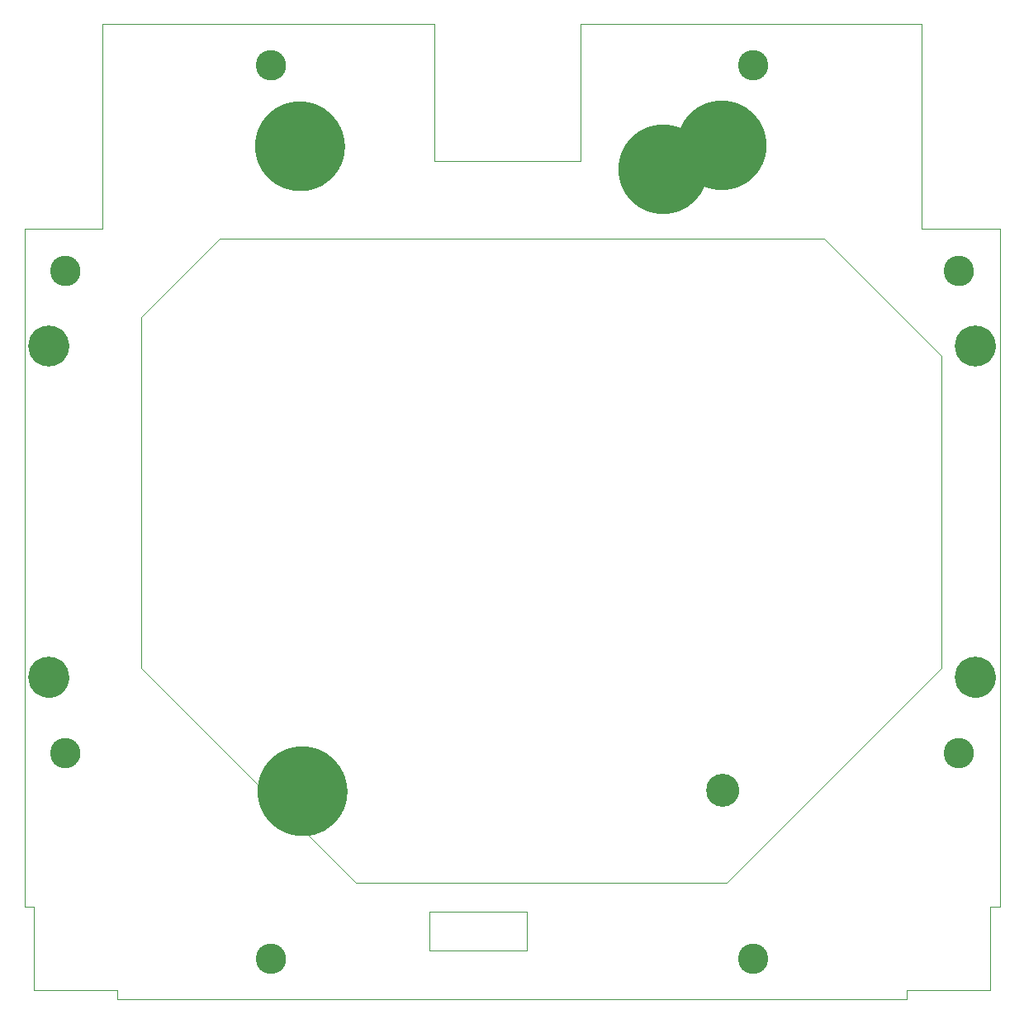
<source format=gbs>
G75*
%MOIN*%
%OFA0B0*%
%FSLAX25Y25*%
%IPPOS*%
%LPD*%
%AMOC8*
5,1,8,0,0,1.08239X$1,22.5*
%
%ADD10C,0.00000*%
%ADD11C,0.16548*%
%ADD12C,0.36233*%
%ADD13C,0.12217*%
%ADD14C,0.13320*%
D10*
X0004937Y0022313D02*
X0004937Y0055778D01*
X0001000Y0055778D01*
X0001000Y0329400D01*
X0032496Y0329400D01*
X0032496Y0412077D01*
X0166354Y0412077D01*
X0166354Y0356959D01*
X0225409Y0356959D01*
X0225409Y0412077D01*
X0363205Y0412077D01*
X0363205Y0329400D01*
X0394701Y0329400D01*
X0394701Y0055778D01*
X0390764Y0055778D01*
X0390764Y0022313D01*
X0357299Y0022313D01*
X0357299Y0018376D01*
X0038402Y0018376D01*
X0038402Y0022313D01*
X0004937Y0022313D01*
X0011826Y0117982D02*
X0011828Y0118133D01*
X0011834Y0118283D01*
X0011844Y0118434D01*
X0011858Y0118584D01*
X0011876Y0118733D01*
X0011897Y0118883D01*
X0011923Y0119031D01*
X0011953Y0119179D01*
X0011986Y0119326D01*
X0012024Y0119472D01*
X0012065Y0119617D01*
X0012110Y0119761D01*
X0012159Y0119903D01*
X0012212Y0120044D01*
X0012268Y0120184D01*
X0012328Y0120322D01*
X0012391Y0120459D01*
X0012459Y0120594D01*
X0012529Y0120727D01*
X0012603Y0120858D01*
X0012681Y0120987D01*
X0012762Y0121114D01*
X0012846Y0121239D01*
X0012934Y0121362D01*
X0013025Y0121482D01*
X0013119Y0121600D01*
X0013216Y0121715D01*
X0013316Y0121828D01*
X0013419Y0121938D01*
X0013525Y0122045D01*
X0013634Y0122150D01*
X0013745Y0122251D01*
X0013859Y0122350D01*
X0013975Y0122445D01*
X0014095Y0122538D01*
X0014216Y0122627D01*
X0014340Y0122713D01*
X0014466Y0122796D01*
X0014594Y0122875D01*
X0014724Y0122951D01*
X0014856Y0123024D01*
X0014990Y0123092D01*
X0015126Y0123158D01*
X0015264Y0123220D01*
X0015403Y0123278D01*
X0015543Y0123332D01*
X0015685Y0123383D01*
X0015828Y0123430D01*
X0015973Y0123473D01*
X0016118Y0123512D01*
X0016265Y0123548D01*
X0016412Y0123579D01*
X0016560Y0123607D01*
X0016709Y0123631D01*
X0016858Y0123651D01*
X0017008Y0123667D01*
X0017158Y0123679D01*
X0017309Y0123687D01*
X0017460Y0123691D01*
X0017610Y0123691D01*
X0017761Y0123687D01*
X0017912Y0123679D01*
X0018062Y0123667D01*
X0018212Y0123651D01*
X0018361Y0123631D01*
X0018510Y0123607D01*
X0018658Y0123579D01*
X0018805Y0123548D01*
X0018952Y0123512D01*
X0019097Y0123473D01*
X0019242Y0123430D01*
X0019385Y0123383D01*
X0019527Y0123332D01*
X0019667Y0123278D01*
X0019806Y0123220D01*
X0019944Y0123158D01*
X0020080Y0123092D01*
X0020214Y0123024D01*
X0020346Y0122951D01*
X0020476Y0122875D01*
X0020604Y0122796D01*
X0020730Y0122713D01*
X0020854Y0122627D01*
X0020975Y0122538D01*
X0021095Y0122445D01*
X0021211Y0122350D01*
X0021325Y0122251D01*
X0021436Y0122150D01*
X0021545Y0122045D01*
X0021651Y0121938D01*
X0021754Y0121828D01*
X0021854Y0121715D01*
X0021951Y0121600D01*
X0022045Y0121482D01*
X0022136Y0121362D01*
X0022224Y0121239D01*
X0022308Y0121114D01*
X0022389Y0120987D01*
X0022467Y0120858D01*
X0022541Y0120727D01*
X0022611Y0120594D01*
X0022679Y0120459D01*
X0022742Y0120322D01*
X0022802Y0120184D01*
X0022858Y0120044D01*
X0022911Y0119903D01*
X0022960Y0119761D01*
X0023005Y0119617D01*
X0023046Y0119472D01*
X0023084Y0119326D01*
X0023117Y0119179D01*
X0023147Y0119031D01*
X0023173Y0118883D01*
X0023194Y0118733D01*
X0023212Y0118584D01*
X0023226Y0118434D01*
X0023236Y0118283D01*
X0023242Y0118133D01*
X0023244Y0117982D01*
X0023242Y0117831D01*
X0023236Y0117681D01*
X0023226Y0117530D01*
X0023212Y0117380D01*
X0023194Y0117231D01*
X0023173Y0117081D01*
X0023147Y0116933D01*
X0023117Y0116785D01*
X0023084Y0116638D01*
X0023046Y0116492D01*
X0023005Y0116347D01*
X0022960Y0116203D01*
X0022911Y0116061D01*
X0022858Y0115920D01*
X0022802Y0115780D01*
X0022742Y0115642D01*
X0022679Y0115505D01*
X0022611Y0115370D01*
X0022541Y0115237D01*
X0022467Y0115106D01*
X0022389Y0114977D01*
X0022308Y0114850D01*
X0022224Y0114725D01*
X0022136Y0114602D01*
X0022045Y0114482D01*
X0021951Y0114364D01*
X0021854Y0114249D01*
X0021754Y0114136D01*
X0021651Y0114026D01*
X0021545Y0113919D01*
X0021436Y0113814D01*
X0021325Y0113713D01*
X0021211Y0113614D01*
X0021095Y0113519D01*
X0020975Y0113426D01*
X0020854Y0113337D01*
X0020730Y0113251D01*
X0020604Y0113168D01*
X0020476Y0113089D01*
X0020346Y0113013D01*
X0020214Y0112940D01*
X0020080Y0112872D01*
X0019944Y0112806D01*
X0019806Y0112744D01*
X0019667Y0112686D01*
X0019527Y0112632D01*
X0019385Y0112581D01*
X0019242Y0112534D01*
X0019097Y0112491D01*
X0018952Y0112452D01*
X0018805Y0112416D01*
X0018658Y0112385D01*
X0018510Y0112357D01*
X0018361Y0112333D01*
X0018212Y0112313D01*
X0018062Y0112297D01*
X0017912Y0112285D01*
X0017761Y0112277D01*
X0017610Y0112273D01*
X0017460Y0112273D01*
X0017309Y0112277D01*
X0017158Y0112285D01*
X0017008Y0112297D01*
X0016858Y0112313D01*
X0016709Y0112333D01*
X0016560Y0112357D01*
X0016412Y0112385D01*
X0016265Y0112416D01*
X0016118Y0112452D01*
X0015973Y0112491D01*
X0015828Y0112534D01*
X0015685Y0112581D01*
X0015543Y0112632D01*
X0015403Y0112686D01*
X0015264Y0112744D01*
X0015126Y0112806D01*
X0014990Y0112872D01*
X0014856Y0112940D01*
X0014724Y0113013D01*
X0014594Y0113089D01*
X0014466Y0113168D01*
X0014340Y0113251D01*
X0014216Y0113337D01*
X0014095Y0113426D01*
X0013975Y0113519D01*
X0013859Y0113614D01*
X0013745Y0113713D01*
X0013634Y0113814D01*
X0013525Y0113919D01*
X0013419Y0114026D01*
X0013316Y0114136D01*
X0013216Y0114249D01*
X0013119Y0114364D01*
X0013025Y0114482D01*
X0012934Y0114602D01*
X0012846Y0114725D01*
X0012762Y0114850D01*
X0012681Y0114977D01*
X0012603Y0115106D01*
X0012529Y0115237D01*
X0012459Y0115370D01*
X0012391Y0115505D01*
X0012328Y0115642D01*
X0012268Y0115780D01*
X0012212Y0115920D01*
X0012159Y0116061D01*
X0012110Y0116203D01*
X0012065Y0116347D01*
X0012024Y0116492D01*
X0011986Y0116638D01*
X0011953Y0116785D01*
X0011923Y0116933D01*
X0011897Y0117081D01*
X0011876Y0117231D01*
X0011858Y0117380D01*
X0011844Y0117530D01*
X0011834Y0117681D01*
X0011828Y0117831D01*
X0011826Y0117982D01*
X0002961Y0148443D02*
X0002963Y0148636D01*
X0002970Y0148829D01*
X0002982Y0149022D01*
X0002999Y0149215D01*
X0003020Y0149407D01*
X0003046Y0149598D01*
X0003077Y0149789D01*
X0003112Y0149979D01*
X0003152Y0150168D01*
X0003197Y0150356D01*
X0003246Y0150543D01*
X0003300Y0150729D01*
X0003358Y0150913D01*
X0003421Y0151096D01*
X0003489Y0151277D01*
X0003560Y0151456D01*
X0003637Y0151634D01*
X0003717Y0151810D01*
X0003802Y0151983D01*
X0003891Y0152155D01*
X0003984Y0152324D01*
X0004081Y0152491D01*
X0004183Y0152656D01*
X0004288Y0152818D01*
X0004397Y0152977D01*
X0004511Y0153134D01*
X0004628Y0153287D01*
X0004748Y0153438D01*
X0004873Y0153586D01*
X0005001Y0153731D01*
X0005132Y0153872D01*
X0005267Y0154011D01*
X0005406Y0154146D01*
X0005547Y0154277D01*
X0005692Y0154405D01*
X0005840Y0154530D01*
X0005991Y0154650D01*
X0006144Y0154767D01*
X0006301Y0154881D01*
X0006460Y0154990D01*
X0006622Y0155095D01*
X0006787Y0155197D01*
X0006954Y0155294D01*
X0007123Y0155387D01*
X0007295Y0155476D01*
X0007468Y0155561D01*
X0007644Y0155641D01*
X0007822Y0155718D01*
X0008001Y0155789D01*
X0008182Y0155857D01*
X0008365Y0155920D01*
X0008549Y0155978D01*
X0008735Y0156032D01*
X0008922Y0156081D01*
X0009110Y0156126D01*
X0009299Y0156166D01*
X0009489Y0156201D01*
X0009680Y0156232D01*
X0009871Y0156258D01*
X0010063Y0156279D01*
X0010256Y0156296D01*
X0010449Y0156308D01*
X0010642Y0156315D01*
X0010835Y0156317D01*
X0011028Y0156315D01*
X0011221Y0156308D01*
X0011414Y0156296D01*
X0011607Y0156279D01*
X0011799Y0156258D01*
X0011990Y0156232D01*
X0012181Y0156201D01*
X0012371Y0156166D01*
X0012560Y0156126D01*
X0012748Y0156081D01*
X0012935Y0156032D01*
X0013121Y0155978D01*
X0013305Y0155920D01*
X0013488Y0155857D01*
X0013669Y0155789D01*
X0013848Y0155718D01*
X0014026Y0155641D01*
X0014202Y0155561D01*
X0014375Y0155476D01*
X0014547Y0155387D01*
X0014716Y0155294D01*
X0014883Y0155197D01*
X0015048Y0155095D01*
X0015210Y0154990D01*
X0015369Y0154881D01*
X0015526Y0154767D01*
X0015679Y0154650D01*
X0015830Y0154530D01*
X0015978Y0154405D01*
X0016123Y0154277D01*
X0016264Y0154146D01*
X0016403Y0154011D01*
X0016538Y0153872D01*
X0016669Y0153731D01*
X0016797Y0153586D01*
X0016922Y0153438D01*
X0017042Y0153287D01*
X0017159Y0153134D01*
X0017273Y0152977D01*
X0017382Y0152818D01*
X0017487Y0152656D01*
X0017589Y0152491D01*
X0017686Y0152324D01*
X0017779Y0152155D01*
X0017868Y0151983D01*
X0017953Y0151810D01*
X0018033Y0151634D01*
X0018110Y0151456D01*
X0018181Y0151277D01*
X0018249Y0151096D01*
X0018312Y0150913D01*
X0018370Y0150729D01*
X0018424Y0150543D01*
X0018473Y0150356D01*
X0018518Y0150168D01*
X0018558Y0149979D01*
X0018593Y0149789D01*
X0018624Y0149598D01*
X0018650Y0149407D01*
X0018671Y0149215D01*
X0018688Y0149022D01*
X0018700Y0148829D01*
X0018707Y0148636D01*
X0018709Y0148443D01*
X0018707Y0148250D01*
X0018700Y0148057D01*
X0018688Y0147864D01*
X0018671Y0147671D01*
X0018650Y0147479D01*
X0018624Y0147288D01*
X0018593Y0147097D01*
X0018558Y0146907D01*
X0018518Y0146718D01*
X0018473Y0146530D01*
X0018424Y0146343D01*
X0018370Y0146157D01*
X0018312Y0145973D01*
X0018249Y0145790D01*
X0018181Y0145609D01*
X0018110Y0145430D01*
X0018033Y0145252D01*
X0017953Y0145076D01*
X0017868Y0144903D01*
X0017779Y0144731D01*
X0017686Y0144562D01*
X0017589Y0144395D01*
X0017487Y0144230D01*
X0017382Y0144068D01*
X0017273Y0143909D01*
X0017159Y0143752D01*
X0017042Y0143599D01*
X0016922Y0143448D01*
X0016797Y0143300D01*
X0016669Y0143155D01*
X0016538Y0143014D01*
X0016403Y0142875D01*
X0016264Y0142740D01*
X0016123Y0142609D01*
X0015978Y0142481D01*
X0015830Y0142356D01*
X0015679Y0142236D01*
X0015526Y0142119D01*
X0015369Y0142005D01*
X0015210Y0141896D01*
X0015048Y0141791D01*
X0014883Y0141689D01*
X0014716Y0141592D01*
X0014547Y0141499D01*
X0014375Y0141410D01*
X0014202Y0141325D01*
X0014026Y0141245D01*
X0013848Y0141168D01*
X0013669Y0141097D01*
X0013488Y0141029D01*
X0013305Y0140966D01*
X0013121Y0140908D01*
X0012935Y0140854D01*
X0012748Y0140805D01*
X0012560Y0140760D01*
X0012371Y0140720D01*
X0012181Y0140685D01*
X0011990Y0140654D01*
X0011799Y0140628D01*
X0011607Y0140607D01*
X0011414Y0140590D01*
X0011221Y0140578D01*
X0011028Y0140571D01*
X0010835Y0140569D01*
X0010642Y0140571D01*
X0010449Y0140578D01*
X0010256Y0140590D01*
X0010063Y0140607D01*
X0009871Y0140628D01*
X0009680Y0140654D01*
X0009489Y0140685D01*
X0009299Y0140720D01*
X0009110Y0140760D01*
X0008922Y0140805D01*
X0008735Y0140854D01*
X0008549Y0140908D01*
X0008365Y0140966D01*
X0008182Y0141029D01*
X0008001Y0141097D01*
X0007822Y0141168D01*
X0007644Y0141245D01*
X0007468Y0141325D01*
X0007295Y0141410D01*
X0007123Y0141499D01*
X0006954Y0141592D01*
X0006787Y0141689D01*
X0006622Y0141791D01*
X0006460Y0141896D01*
X0006301Y0142005D01*
X0006144Y0142119D01*
X0005991Y0142236D01*
X0005840Y0142356D01*
X0005692Y0142481D01*
X0005547Y0142609D01*
X0005406Y0142740D01*
X0005267Y0142875D01*
X0005132Y0143014D01*
X0005001Y0143155D01*
X0004873Y0143300D01*
X0004748Y0143448D01*
X0004628Y0143599D01*
X0004511Y0143752D01*
X0004397Y0143909D01*
X0004288Y0144068D01*
X0004183Y0144230D01*
X0004081Y0144395D01*
X0003984Y0144562D01*
X0003891Y0144731D01*
X0003802Y0144903D01*
X0003717Y0145076D01*
X0003637Y0145252D01*
X0003560Y0145430D01*
X0003489Y0145609D01*
X0003421Y0145790D01*
X0003358Y0145973D01*
X0003300Y0146157D01*
X0003246Y0146343D01*
X0003197Y0146530D01*
X0003152Y0146718D01*
X0003112Y0146907D01*
X0003077Y0147097D01*
X0003046Y0147288D01*
X0003020Y0147479D01*
X0002999Y0147671D01*
X0002982Y0147864D01*
X0002970Y0148057D01*
X0002963Y0148250D01*
X0002961Y0148443D01*
X0048244Y0152234D02*
X0048244Y0293967D01*
X0079740Y0325463D01*
X0323835Y0325463D01*
X0371079Y0278219D01*
X0371079Y0152234D01*
X0284465Y0065620D01*
X0134858Y0065620D01*
X0048244Y0152234D01*
X0106551Y0103022D02*
X0106553Y0103180D01*
X0106559Y0103338D01*
X0106569Y0103495D01*
X0106583Y0103653D01*
X0106601Y0103810D01*
X0106623Y0103966D01*
X0106648Y0104122D01*
X0106678Y0104277D01*
X0106712Y0104431D01*
X0106749Y0104585D01*
X0106791Y0104737D01*
X0106836Y0104889D01*
X0106885Y0105039D01*
X0106938Y0105188D01*
X0106994Y0105335D01*
X0107054Y0105481D01*
X0107118Y0105626D01*
X0107186Y0105769D01*
X0107257Y0105910D01*
X0107331Y0106049D01*
X0107410Y0106186D01*
X0107491Y0106321D01*
X0107576Y0106455D01*
X0107664Y0106586D01*
X0107756Y0106714D01*
X0107851Y0106841D01*
X0107949Y0106965D01*
X0108050Y0107086D01*
X0108154Y0107205D01*
X0108261Y0107321D01*
X0108371Y0107435D01*
X0108483Y0107545D01*
X0108599Y0107653D01*
X0108717Y0107758D01*
X0108838Y0107859D01*
X0108961Y0107958D01*
X0109087Y0108054D01*
X0109215Y0108146D01*
X0109345Y0108235D01*
X0109478Y0108321D01*
X0109613Y0108403D01*
X0109750Y0108482D01*
X0109888Y0108558D01*
X0110029Y0108630D01*
X0110171Y0108698D01*
X0110315Y0108763D01*
X0110461Y0108824D01*
X0110608Y0108882D01*
X0110757Y0108935D01*
X0110907Y0108985D01*
X0111058Y0109031D01*
X0111210Y0109074D01*
X0111363Y0109112D01*
X0111517Y0109147D01*
X0111672Y0109178D01*
X0111828Y0109204D01*
X0111984Y0109227D01*
X0112141Y0109246D01*
X0112298Y0109261D01*
X0112456Y0109272D01*
X0112614Y0109279D01*
X0112772Y0109282D01*
X0112929Y0109281D01*
X0113087Y0109276D01*
X0113245Y0109267D01*
X0113402Y0109254D01*
X0113560Y0109237D01*
X0113716Y0109216D01*
X0113872Y0109191D01*
X0114027Y0109163D01*
X0114182Y0109130D01*
X0114336Y0109093D01*
X0114488Y0109053D01*
X0114640Y0109009D01*
X0114790Y0108961D01*
X0114940Y0108909D01*
X0115088Y0108853D01*
X0115234Y0108794D01*
X0115379Y0108731D01*
X0115522Y0108665D01*
X0115664Y0108594D01*
X0115803Y0108521D01*
X0115941Y0108443D01*
X0116077Y0108363D01*
X0116210Y0108279D01*
X0116342Y0108191D01*
X0116471Y0108100D01*
X0116598Y0108006D01*
X0116723Y0107909D01*
X0116845Y0107809D01*
X0116964Y0107706D01*
X0117081Y0107599D01*
X0117195Y0107490D01*
X0117307Y0107378D01*
X0117415Y0107263D01*
X0117521Y0107146D01*
X0117623Y0107026D01*
X0117723Y0106903D01*
X0117819Y0106778D01*
X0117912Y0106650D01*
X0118002Y0106520D01*
X0118089Y0106388D01*
X0118172Y0106254D01*
X0118252Y0106118D01*
X0118328Y0105979D01*
X0118401Y0105839D01*
X0118471Y0105697D01*
X0118536Y0105554D01*
X0118598Y0105408D01*
X0118657Y0105262D01*
X0118711Y0105113D01*
X0118762Y0104964D01*
X0118809Y0104813D01*
X0118853Y0104661D01*
X0118892Y0104508D01*
X0118928Y0104354D01*
X0118959Y0104200D01*
X0118987Y0104044D01*
X0119011Y0103888D01*
X0119031Y0103731D01*
X0119047Y0103574D01*
X0119059Y0103417D01*
X0119067Y0103259D01*
X0119071Y0103101D01*
X0119071Y0102943D01*
X0119067Y0102785D01*
X0119059Y0102627D01*
X0119047Y0102470D01*
X0119031Y0102313D01*
X0119011Y0102156D01*
X0118987Y0102000D01*
X0118959Y0101844D01*
X0118928Y0101690D01*
X0118892Y0101536D01*
X0118853Y0101383D01*
X0118809Y0101231D01*
X0118762Y0101080D01*
X0118711Y0100931D01*
X0118657Y0100782D01*
X0118598Y0100636D01*
X0118536Y0100490D01*
X0118471Y0100347D01*
X0118401Y0100205D01*
X0118328Y0100065D01*
X0118252Y0099926D01*
X0118172Y0099790D01*
X0118089Y0099656D01*
X0118002Y0099524D01*
X0117912Y0099394D01*
X0117819Y0099266D01*
X0117723Y0099141D01*
X0117623Y0099018D01*
X0117521Y0098898D01*
X0117415Y0098781D01*
X0117307Y0098666D01*
X0117195Y0098554D01*
X0117081Y0098445D01*
X0116964Y0098338D01*
X0116845Y0098235D01*
X0116723Y0098135D01*
X0116598Y0098038D01*
X0116471Y0097944D01*
X0116342Y0097853D01*
X0116210Y0097765D01*
X0116077Y0097681D01*
X0115941Y0097601D01*
X0115803Y0097523D01*
X0115664Y0097450D01*
X0115522Y0097379D01*
X0115379Y0097313D01*
X0115234Y0097250D01*
X0115088Y0097191D01*
X0114940Y0097135D01*
X0114790Y0097083D01*
X0114640Y0097035D01*
X0114488Y0096991D01*
X0114336Y0096951D01*
X0114182Y0096914D01*
X0114027Y0096881D01*
X0113872Y0096853D01*
X0113716Y0096828D01*
X0113560Y0096807D01*
X0113402Y0096790D01*
X0113245Y0096777D01*
X0113087Y0096768D01*
X0112929Y0096763D01*
X0112772Y0096762D01*
X0112614Y0096765D01*
X0112456Y0096772D01*
X0112298Y0096783D01*
X0112141Y0096798D01*
X0111984Y0096817D01*
X0111828Y0096840D01*
X0111672Y0096866D01*
X0111517Y0096897D01*
X0111363Y0096932D01*
X0111210Y0096970D01*
X0111058Y0097013D01*
X0110907Y0097059D01*
X0110757Y0097109D01*
X0110608Y0097162D01*
X0110461Y0097220D01*
X0110315Y0097281D01*
X0110171Y0097346D01*
X0110029Y0097414D01*
X0109888Y0097486D01*
X0109750Y0097562D01*
X0109613Y0097641D01*
X0109478Y0097723D01*
X0109345Y0097809D01*
X0109215Y0097898D01*
X0109087Y0097990D01*
X0108961Y0098086D01*
X0108838Y0098185D01*
X0108717Y0098286D01*
X0108599Y0098391D01*
X0108483Y0098499D01*
X0108371Y0098609D01*
X0108261Y0098723D01*
X0108154Y0098839D01*
X0108050Y0098958D01*
X0107949Y0099079D01*
X0107851Y0099203D01*
X0107756Y0099330D01*
X0107664Y0099458D01*
X0107576Y0099589D01*
X0107491Y0099723D01*
X0107410Y0099858D01*
X0107331Y0099995D01*
X0107257Y0100134D01*
X0107186Y0100275D01*
X0107118Y0100418D01*
X0107054Y0100563D01*
X0106994Y0100709D01*
X0106938Y0100856D01*
X0106885Y0101005D01*
X0106836Y0101155D01*
X0106791Y0101307D01*
X0106749Y0101459D01*
X0106712Y0101613D01*
X0106678Y0101767D01*
X0106648Y0101922D01*
X0106623Y0102078D01*
X0106601Y0102234D01*
X0106583Y0102391D01*
X0106569Y0102549D01*
X0106559Y0102706D01*
X0106553Y0102864D01*
X0106551Y0103022D01*
X0095602Y0102435D02*
X0095607Y0102870D01*
X0095623Y0103304D01*
X0095650Y0103738D01*
X0095687Y0104172D01*
X0095735Y0104604D01*
X0095794Y0105035D01*
X0095863Y0105464D01*
X0095942Y0105891D01*
X0096032Y0106317D01*
X0096133Y0106740D01*
X0096244Y0107160D01*
X0096365Y0107578D01*
X0096496Y0107992D01*
X0096638Y0108404D01*
X0096789Y0108811D01*
X0096951Y0109215D01*
X0097122Y0109615D01*
X0097303Y0110010D01*
X0097494Y0110401D01*
X0097694Y0110787D01*
X0097904Y0111168D01*
X0098123Y0111543D01*
X0098351Y0111914D01*
X0098588Y0112278D01*
X0098834Y0112637D01*
X0099089Y0112989D01*
X0099352Y0113335D01*
X0099624Y0113675D01*
X0099904Y0114007D01*
X0100192Y0114333D01*
X0100488Y0114652D01*
X0100791Y0114963D01*
X0101102Y0115266D01*
X0101421Y0115562D01*
X0101747Y0115850D01*
X0102079Y0116130D01*
X0102419Y0116402D01*
X0102765Y0116665D01*
X0103117Y0116920D01*
X0103476Y0117166D01*
X0103840Y0117403D01*
X0104211Y0117631D01*
X0104586Y0117850D01*
X0104967Y0118060D01*
X0105353Y0118260D01*
X0105744Y0118451D01*
X0106139Y0118632D01*
X0106539Y0118803D01*
X0106943Y0118965D01*
X0107350Y0119116D01*
X0107762Y0119258D01*
X0108176Y0119389D01*
X0108594Y0119510D01*
X0109014Y0119621D01*
X0109437Y0119722D01*
X0109863Y0119812D01*
X0110290Y0119891D01*
X0110719Y0119960D01*
X0111150Y0120019D01*
X0111582Y0120067D01*
X0112016Y0120104D01*
X0112450Y0120131D01*
X0112884Y0120147D01*
X0113319Y0120152D01*
X0113754Y0120147D01*
X0114188Y0120131D01*
X0114622Y0120104D01*
X0115056Y0120067D01*
X0115488Y0120019D01*
X0115919Y0119960D01*
X0116348Y0119891D01*
X0116775Y0119812D01*
X0117201Y0119722D01*
X0117624Y0119621D01*
X0118044Y0119510D01*
X0118462Y0119389D01*
X0118876Y0119258D01*
X0119288Y0119116D01*
X0119695Y0118965D01*
X0120099Y0118803D01*
X0120499Y0118632D01*
X0120894Y0118451D01*
X0121285Y0118260D01*
X0121671Y0118060D01*
X0122052Y0117850D01*
X0122427Y0117631D01*
X0122798Y0117403D01*
X0123162Y0117166D01*
X0123521Y0116920D01*
X0123873Y0116665D01*
X0124219Y0116402D01*
X0124559Y0116130D01*
X0124891Y0115850D01*
X0125217Y0115562D01*
X0125536Y0115266D01*
X0125847Y0114963D01*
X0126150Y0114652D01*
X0126446Y0114333D01*
X0126734Y0114007D01*
X0127014Y0113675D01*
X0127286Y0113335D01*
X0127549Y0112989D01*
X0127804Y0112637D01*
X0128050Y0112278D01*
X0128287Y0111914D01*
X0128515Y0111543D01*
X0128734Y0111168D01*
X0128944Y0110787D01*
X0129144Y0110401D01*
X0129335Y0110010D01*
X0129516Y0109615D01*
X0129687Y0109215D01*
X0129849Y0108811D01*
X0130000Y0108404D01*
X0130142Y0107992D01*
X0130273Y0107578D01*
X0130394Y0107160D01*
X0130505Y0106740D01*
X0130606Y0106317D01*
X0130696Y0105891D01*
X0130775Y0105464D01*
X0130844Y0105035D01*
X0130903Y0104604D01*
X0130951Y0104172D01*
X0130988Y0103738D01*
X0131015Y0103304D01*
X0131031Y0102870D01*
X0131036Y0102435D01*
X0131031Y0102000D01*
X0131015Y0101566D01*
X0130988Y0101132D01*
X0130951Y0100698D01*
X0130903Y0100266D01*
X0130844Y0099835D01*
X0130775Y0099406D01*
X0130696Y0098979D01*
X0130606Y0098553D01*
X0130505Y0098130D01*
X0130394Y0097710D01*
X0130273Y0097292D01*
X0130142Y0096878D01*
X0130000Y0096466D01*
X0129849Y0096059D01*
X0129687Y0095655D01*
X0129516Y0095255D01*
X0129335Y0094860D01*
X0129144Y0094469D01*
X0128944Y0094083D01*
X0128734Y0093702D01*
X0128515Y0093327D01*
X0128287Y0092956D01*
X0128050Y0092592D01*
X0127804Y0092233D01*
X0127549Y0091881D01*
X0127286Y0091535D01*
X0127014Y0091195D01*
X0126734Y0090863D01*
X0126446Y0090537D01*
X0126150Y0090218D01*
X0125847Y0089907D01*
X0125536Y0089604D01*
X0125217Y0089308D01*
X0124891Y0089020D01*
X0124559Y0088740D01*
X0124219Y0088468D01*
X0123873Y0088205D01*
X0123521Y0087950D01*
X0123162Y0087704D01*
X0122798Y0087467D01*
X0122427Y0087239D01*
X0122052Y0087020D01*
X0121671Y0086810D01*
X0121285Y0086610D01*
X0120894Y0086419D01*
X0120499Y0086238D01*
X0120099Y0086067D01*
X0119695Y0085905D01*
X0119288Y0085754D01*
X0118876Y0085612D01*
X0118462Y0085481D01*
X0118044Y0085360D01*
X0117624Y0085249D01*
X0117201Y0085148D01*
X0116775Y0085058D01*
X0116348Y0084979D01*
X0115919Y0084910D01*
X0115488Y0084851D01*
X0115056Y0084803D01*
X0114622Y0084766D01*
X0114188Y0084739D01*
X0113754Y0084723D01*
X0113319Y0084718D01*
X0112884Y0084723D01*
X0112450Y0084739D01*
X0112016Y0084766D01*
X0111582Y0084803D01*
X0111150Y0084851D01*
X0110719Y0084910D01*
X0110290Y0084979D01*
X0109863Y0085058D01*
X0109437Y0085148D01*
X0109014Y0085249D01*
X0108594Y0085360D01*
X0108176Y0085481D01*
X0107762Y0085612D01*
X0107350Y0085754D01*
X0106943Y0085905D01*
X0106539Y0086067D01*
X0106139Y0086238D01*
X0105744Y0086419D01*
X0105353Y0086610D01*
X0104967Y0086810D01*
X0104586Y0087020D01*
X0104211Y0087239D01*
X0103840Y0087467D01*
X0103476Y0087704D01*
X0103117Y0087950D01*
X0102765Y0088205D01*
X0102419Y0088468D01*
X0102079Y0088740D01*
X0101747Y0089020D01*
X0101421Y0089308D01*
X0101102Y0089604D01*
X0100791Y0089907D01*
X0100488Y0090218D01*
X0100192Y0090537D01*
X0099904Y0090863D01*
X0099624Y0091195D01*
X0099352Y0091535D01*
X0099089Y0091881D01*
X0098834Y0092233D01*
X0098588Y0092592D01*
X0098351Y0092956D01*
X0098123Y0093327D01*
X0097904Y0093702D01*
X0097694Y0094083D01*
X0097494Y0094469D01*
X0097303Y0094860D01*
X0097122Y0095255D01*
X0096951Y0095655D01*
X0096789Y0096059D01*
X0096638Y0096466D01*
X0096496Y0096878D01*
X0096365Y0097292D01*
X0096244Y0097710D01*
X0096133Y0098130D01*
X0096032Y0098553D01*
X0095942Y0098979D01*
X0095863Y0099406D01*
X0095794Y0099835D01*
X0095735Y0100266D01*
X0095687Y0100698D01*
X0095650Y0101132D01*
X0095623Y0101566D01*
X0095607Y0102000D01*
X0095602Y0102435D01*
X0094897Y0034911D02*
X0094899Y0035062D01*
X0094905Y0035212D01*
X0094915Y0035363D01*
X0094929Y0035513D01*
X0094947Y0035662D01*
X0094968Y0035812D01*
X0094994Y0035960D01*
X0095024Y0036108D01*
X0095057Y0036255D01*
X0095095Y0036401D01*
X0095136Y0036546D01*
X0095181Y0036690D01*
X0095230Y0036832D01*
X0095283Y0036973D01*
X0095339Y0037113D01*
X0095399Y0037251D01*
X0095462Y0037388D01*
X0095530Y0037523D01*
X0095600Y0037656D01*
X0095674Y0037787D01*
X0095752Y0037916D01*
X0095833Y0038043D01*
X0095917Y0038168D01*
X0096005Y0038291D01*
X0096096Y0038411D01*
X0096190Y0038529D01*
X0096287Y0038644D01*
X0096387Y0038757D01*
X0096490Y0038867D01*
X0096596Y0038974D01*
X0096705Y0039079D01*
X0096816Y0039180D01*
X0096930Y0039279D01*
X0097046Y0039374D01*
X0097166Y0039467D01*
X0097287Y0039556D01*
X0097411Y0039642D01*
X0097537Y0039725D01*
X0097665Y0039804D01*
X0097795Y0039880D01*
X0097927Y0039953D01*
X0098061Y0040021D01*
X0098197Y0040087D01*
X0098335Y0040149D01*
X0098474Y0040207D01*
X0098614Y0040261D01*
X0098756Y0040312D01*
X0098899Y0040359D01*
X0099044Y0040402D01*
X0099189Y0040441D01*
X0099336Y0040477D01*
X0099483Y0040508D01*
X0099631Y0040536D01*
X0099780Y0040560D01*
X0099929Y0040580D01*
X0100079Y0040596D01*
X0100229Y0040608D01*
X0100380Y0040616D01*
X0100531Y0040620D01*
X0100681Y0040620D01*
X0100832Y0040616D01*
X0100983Y0040608D01*
X0101133Y0040596D01*
X0101283Y0040580D01*
X0101432Y0040560D01*
X0101581Y0040536D01*
X0101729Y0040508D01*
X0101876Y0040477D01*
X0102023Y0040441D01*
X0102168Y0040402D01*
X0102313Y0040359D01*
X0102456Y0040312D01*
X0102598Y0040261D01*
X0102738Y0040207D01*
X0102877Y0040149D01*
X0103015Y0040087D01*
X0103151Y0040021D01*
X0103285Y0039953D01*
X0103417Y0039880D01*
X0103547Y0039804D01*
X0103675Y0039725D01*
X0103801Y0039642D01*
X0103925Y0039556D01*
X0104046Y0039467D01*
X0104166Y0039374D01*
X0104282Y0039279D01*
X0104396Y0039180D01*
X0104507Y0039079D01*
X0104616Y0038974D01*
X0104722Y0038867D01*
X0104825Y0038757D01*
X0104925Y0038644D01*
X0105022Y0038529D01*
X0105116Y0038411D01*
X0105207Y0038291D01*
X0105295Y0038168D01*
X0105379Y0038043D01*
X0105460Y0037916D01*
X0105538Y0037787D01*
X0105612Y0037656D01*
X0105682Y0037523D01*
X0105750Y0037388D01*
X0105813Y0037251D01*
X0105873Y0037113D01*
X0105929Y0036973D01*
X0105982Y0036832D01*
X0106031Y0036690D01*
X0106076Y0036546D01*
X0106117Y0036401D01*
X0106155Y0036255D01*
X0106188Y0036108D01*
X0106218Y0035960D01*
X0106244Y0035812D01*
X0106265Y0035662D01*
X0106283Y0035513D01*
X0106297Y0035363D01*
X0106307Y0035212D01*
X0106313Y0035062D01*
X0106315Y0034911D01*
X0106313Y0034760D01*
X0106307Y0034610D01*
X0106297Y0034459D01*
X0106283Y0034309D01*
X0106265Y0034160D01*
X0106244Y0034010D01*
X0106218Y0033862D01*
X0106188Y0033714D01*
X0106155Y0033567D01*
X0106117Y0033421D01*
X0106076Y0033276D01*
X0106031Y0033132D01*
X0105982Y0032990D01*
X0105929Y0032849D01*
X0105873Y0032709D01*
X0105813Y0032571D01*
X0105750Y0032434D01*
X0105682Y0032299D01*
X0105612Y0032166D01*
X0105538Y0032035D01*
X0105460Y0031906D01*
X0105379Y0031779D01*
X0105295Y0031654D01*
X0105207Y0031531D01*
X0105116Y0031411D01*
X0105022Y0031293D01*
X0104925Y0031178D01*
X0104825Y0031065D01*
X0104722Y0030955D01*
X0104616Y0030848D01*
X0104507Y0030743D01*
X0104396Y0030642D01*
X0104282Y0030543D01*
X0104166Y0030448D01*
X0104046Y0030355D01*
X0103925Y0030266D01*
X0103801Y0030180D01*
X0103675Y0030097D01*
X0103547Y0030018D01*
X0103417Y0029942D01*
X0103285Y0029869D01*
X0103151Y0029801D01*
X0103015Y0029735D01*
X0102877Y0029673D01*
X0102738Y0029615D01*
X0102598Y0029561D01*
X0102456Y0029510D01*
X0102313Y0029463D01*
X0102168Y0029420D01*
X0102023Y0029381D01*
X0101876Y0029345D01*
X0101729Y0029314D01*
X0101581Y0029286D01*
X0101432Y0029262D01*
X0101283Y0029242D01*
X0101133Y0029226D01*
X0100983Y0029214D01*
X0100832Y0029206D01*
X0100681Y0029202D01*
X0100531Y0029202D01*
X0100380Y0029206D01*
X0100229Y0029214D01*
X0100079Y0029226D01*
X0099929Y0029242D01*
X0099780Y0029262D01*
X0099631Y0029286D01*
X0099483Y0029314D01*
X0099336Y0029345D01*
X0099189Y0029381D01*
X0099044Y0029420D01*
X0098899Y0029463D01*
X0098756Y0029510D01*
X0098614Y0029561D01*
X0098474Y0029615D01*
X0098335Y0029673D01*
X0098197Y0029735D01*
X0098061Y0029801D01*
X0097927Y0029869D01*
X0097795Y0029942D01*
X0097665Y0030018D01*
X0097537Y0030097D01*
X0097411Y0030180D01*
X0097287Y0030266D01*
X0097166Y0030355D01*
X0097046Y0030448D01*
X0096930Y0030543D01*
X0096816Y0030642D01*
X0096705Y0030743D01*
X0096596Y0030848D01*
X0096490Y0030955D01*
X0096387Y0031065D01*
X0096287Y0031178D01*
X0096190Y0031293D01*
X0096096Y0031411D01*
X0096005Y0031531D01*
X0095917Y0031654D01*
X0095833Y0031779D01*
X0095752Y0031906D01*
X0095674Y0032035D01*
X0095600Y0032166D01*
X0095530Y0032299D01*
X0095462Y0032434D01*
X0095399Y0032571D01*
X0095339Y0032709D01*
X0095283Y0032849D01*
X0095230Y0032990D01*
X0095181Y0033132D01*
X0095136Y0033276D01*
X0095095Y0033421D01*
X0095057Y0033567D01*
X0095024Y0033714D01*
X0094994Y0033862D01*
X0094968Y0034010D01*
X0094947Y0034160D01*
X0094929Y0034309D01*
X0094915Y0034459D01*
X0094905Y0034610D01*
X0094899Y0034760D01*
X0094897Y0034911D01*
X0164378Y0038207D02*
X0203748Y0038207D01*
X0203748Y0053955D01*
X0164378Y0053955D01*
X0164378Y0038207D01*
X0276630Y0103022D02*
X0276632Y0103180D01*
X0276638Y0103338D01*
X0276648Y0103495D01*
X0276662Y0103653D01*
X0276680Y0103810D01*
X0276702Y0103966D01*
X0276727Y0104122D01*
X0276757Y0104277D01*
X0276791Y0104431D01*
X0276828Y0104585D01*
X0276870Y0104737D01*
X0276915Y0104889D01*
X0276964Y0105039D01*
X0277017Y0105188D01*
X0277073Y0105335D01*
X0277133Y0105481D01*
X0277197Y0105626D01*
X0277265Y0105769D01*
X0277336Y0105910D01*
X0277410Y0106049D01*
X0277489Y0106186D01*
X0277570Y0106321D01*
X0277655Y0106455D01*
X0277743Y0106586D01*
X0277835Y0106714D01*
X0277930Y0106841D01*
X0278028Y0106965D01*
X0278129Y0107086D01*
X0278233Y0107205D01*
X0278340Y0107321D01*
X0278450Y0107435D01*
X0278562Y0107545D01*
X0278678Y0107653D01*
X0278796Y0107758D01*
X0278917Y0107859D01*
X0279040Y0107958D01*
X0279166Y0108054D01*
X0279294Y0108146D01*
X0279424Y0108235D01*
X0279557Y0108321D01*
X0279692Y0108403D01*
X0279829Y0108482D01*
X0279967Y0108558D01*
X0280108Y0108630D01*
X0280250Y0108698D01*
X0280394Y0108763D01*
X0280540Y0108824D01*
X0280687Y0108882D01*
X0280836Y0108935D01*
X0280986Y0108985D01*
X0281137Y0109031D01*
X0281289Y0109074D01*
X0281442Y0109112D01*
X0281596Y0109147D01*
X0281751Y0109178D01*
X0281907Y0109204D01*
X0282063Y0109227D01*
X0282220Y0109246D01*
X0282377Y0109261D01*
X0282535Y0109272D01*
X0282693Y0109279D01*
X0282851Y0109282D01*
X0283008Y0109281D01*
X0283166Y0109276D01*
X0283324Y0109267D01*
X0283481Y0109254D01*
X0283639Y0109237D01*
X0283795Y0109216D01*
X0283951Y0109191D01*
X0284106Y0109163D01*
X0284261Y0109130D01*
X0284415Y0109093D01*
X0284567Y0109053D01*
X0284719Y0109009D01*
X0284869Y0108961D01*
X0285019Y0108909D01*
X0285167Y0108853D01*
X0285313Y0108794D01*
X0285458Y0108731D01*
X0285601Y0108665D01*
X0285743Y0108594D01*
X0285882Y0108521D01*
X0286020Y0108443D01*
X0286156Y0108363D01*
X0286289Y0108279D01*
X0286421Y0108191D01*
X0286550Y0108100D01*
X0286677Y0108006D01*
X0286802Y0107909D01*
X0286924Y0107809D01*
X0287043Y0107706D01*
X0287160Y0107599D01*
X0287274Y0107490D01*
X0287386Y0107378D01*
X0287494Y0107263D01*
X0287600Y0107146D01*
X0287702Y0107026D01*
X0287802Y0106903D01*
X0287898Y0106778D01*
X0287991Y0106650D01*
X0288081Y0106520D01*
X0288168Y0106388D01*
X0288251Y0106254D01*
X0288331Y0106118D01*
X0288407Y0105979D01*
X0288480Y0105839D01*
X0288550Y0105697D01*
X0288615Y0105554D01*
X0288677Y0105408D01*
X0288736Y0105262D01*
X0288790Y0105113D01*
X0288841Y0104964D01*
X0288888Y0104813D01*
X0288932Y0104661D01*
X0288971Y0104508D01*
X0289007Y0104354D01*
X0289038Y0104200D01*
X0289066Y0104044D01*
X0289090Y0103888D01*
X0289110Y0103731D01*
X0289126Y0103574D01*
X0289138Y0103417D01*
X0289146Y0103259D01*
X0289150Y0103101D01*
X0289150Y0102943D01*
X0289146Y0102785D01*
X0289138Y0102627D01*
X0289126Y0102470D01*
X0289110Y0102313D01*
X0289090Y0102156D01*
X0289066Y0102000D01*
X0289038Y0101844D01*
X0289007Y0101690D01*
X0288971Y0101536D01*
X0288932Y0101383D01*
X0288888Y0101231D01*
X0288841Y0101080D01*
X0288790Y0100931D01*
X0288736Y0100782D01*
X0288677Y0100636D01*
X0288615Y0100490D01*
X0288550Y0100347D01*
X0288480Y0100205D01*
X0288407Y0100065D01*
X0288331Y0099926D01*
X0288251Y0099790D01*
X0288168Y0099656D01*
X0288081Y0099524D01*
X0287991Y0099394D01*
X0287898Y0099266D01*
X0287802Y0099141D01*
X0287702Y0099018D01*
X0287600Y0098898D01*
X0287494Y0098781D01*
X0287386Y0098666D01*
X0287274Y0098554D01*
X0287160Y0098445D01*
X0287043Y0098338D01*
X0286924Y0098235D01*
X0286802Y0098135D01*
X0286677Y0098038D01*
X0286550Y0097944D01*
X0286421Y0097853D01*
X0286289Y0097765D01*
X0286156Y0097681D01*
X0286020Y0097601D01*
X0285882Y0097523D01*
X0285743Y0097450D01*
X0285601Y0097379D01*
X0285458Y0097313D01*
X0285313Y0097250D01*
X0285167Y0097191D01*
X0285019Y0097135D01*
X0284869Y0097083D01*
X0284719Y0097035D01*
X0284567Y0096991D01*
X0284415Y0096951D01*
X0284261Y0096914D01*
X0284106Y0096881D01*
X0283951Y0096853D01*
X0283795Y0096828D01*
X0283639Y0096807D01*
X0283481Y0096790D01*
X0283324Y0096777D01*
X0283166Y0096768D01*
X0283008Y0096763D01*
X0282851Y0096762D01*
X0282693Y0096765D01*
X0282535Y0096772D01*
X0282377Y0096783D01*
X0282220Y0096798D01*
X0282063Y0096817D01*
X0281907Y0096840D01*
X0281751Y0096866D01*
X0281596Y0096897D01*
X0281442Y0096932D01*
X0281289Y0096970D01*
X0281137Y0097013D01*
X0280986Y0097059D01*
X0280836Y0097109D01*
X0280687Y0097162D01*
X0280540Y0097220D01*
X0280394Y0097281D01*
X0280250Y0097346D01*
X0280108Y0097414D01*
X0279967Y0097486D01*
X0279829Y0097562D01*
X0279692Y0097641D01*
X0279557Y0097723D01*
X0279424Y0097809D01*
X0279294Y0097898D01*
X0279166Y0097990D01*
X0279040Y0098086D01*
X0278917Y0098185D01*
X0278796Y0098286D01*
X0278678Y0098391D01*
X0278562Y0098499D01*
X0278450Y0098609D01*
X0278340Y0098723D01*
X0278233Y0098839D01*
X0278129Y0098958D01*
X0278028Y0099079D01*
X0277930Y0099203D01*
X0277835Y0099330D01*
X0277743Y0099458D01*
X0277655Y0099589D01*
X0277570Y0099723D01*
X0277489Y0099858D01*
X0277410Y0099995D01*
X0277336Y0100134D01*
X0277265Y0100275D01*
X0277197Y0100418D01*
X0277133Y0100563D01*
X0277073Y0100709D01*
X0277017Y0100856D01*
X0276964Y0101005D01*
X0276915Y0101155D01*
X0276870Y0101307D01*
X0276828Y0101459D01*
X0276791Y0101613D01*
X0276757Y0101767D01*
X0276727Y0101922D01*
X0276702Y0102078D01*
X0276680Y0102234D01*
X0276662Y0102391D01*
X0276648Y0102549D01*
X0276638Y0102706D01*
X0276632Y0102864D01*
X0276630Y0103022D01*
X0289385Y0034911D02*
X0289387Y0035062D01*
X0289393Y0035212D01*
X0289403Y0035363D01*
X0289417Y0035513D01*
X0289435Y0035662D01*
X0289456Y0035812D01*
X0289482Y0035960D01*
X0289512Y0036108D01*
X0289545Y0036255D01*
X0289583Y0036401D01*
X0289624Y0036546D01*
X0289669Y0036690D01*
X0289718Y0036832D01*
X0289771Y0036973D01*
X0289827Y0037113D01*
X0289887Y0037251D01*
X0289950Y0037388D01*
X0290018Y0037523D01*
X0290088Y0037656D01*
X0290162Y0037787D01*
X0290240Y0037916D01*
X0290321Y0038043D01*
X0290405Y0038168D01*
X0290493Y0038291D01*
X0290584Y0038411D01*
X0290678Y0038529D01*
X0290775Y0038644D01*
X0290875Y0038757D01*
X0290978Y0038867D01*
X0291084Y0038974D01*
X0291193Y0039079D01*
X0291304Y0039180D01*
X0291418Y0039279D01*
X0291534Y0039374D01*
X0291654Y0039467D01*
X0291775Y0039556D01*
X0291899Y0039642D01*
X0292025Y0039725D01*
X0292153Y0039804D01*
X0292283Y0039880D01*
X0292415Y0039953D01*
X0292549Y0040021D01*
X0292685Y0040087D01*
X0292823Y0040149D01*
X0292962Y0040207D01*
X0293102Y0040261D01*
X0293244Y0040312D01*
X0293387Y0040359D01*
X0293532Y0040402D01*
X0293677Y0040441D01*
X0293824Y0040477D01*
X0293971Y0040508D01*
X0294119Y0040536D01*
X0294268Y0040560D01*
X0294417Y0040580D01*
X0294567Y0040596D01*
X0294717Y0040608D01*
X0294868Y0040616D01*
X0295019Y0040620D01*
X0295169Y0040620D01*
X0295320Y0040616D01*
X0295471Y0040608D01*
X0295621Y0040596D01*
X0295771Y0040580D01*
X0295920Y0040560D01*
X0296069Y0040536D01*
X0296217Y0040508D01*
X0296364Y0040477D01*
X0296511Y0040441D01*
X0296656Y0040402D01*
X0296801Y0040359D01*
X0296944Y0040312D01*
X0297086Y0040261D01*
X0297226Y0040207D01*
X0297365Y0040149D01*
X0297503Y0040087D01*
X0297639Y0040021D01*
X0297773Y0039953D01*
X0297905Y0039880D01*
X0298035Y0039804D01*
X0298163Y0039725D01*
X0298289Y0039642D01*
X0298413Y0039556D01*
X0298534Y0039467D01*
X0298654Y0039374D01*
X0298770Y0039279D01*
X0298884Y0039180D01*
X0298995Y0039079D01*
X0299104Y0038974D01*
X0299210Y0038867D01*
X0299313Y0038757D01*
X0299413Y0038644D01*
X0299510Y0038529D01*
X0299604Y0038411D01*
X0299695Y0038291D01*
X0299783Y0038168D01*
X0299867Y0038043D01*
X0299948Y0037916D01*
X0300026Y0037787D01*
X0300100Y0037656D01*
X0300170Y0037523D01*
X0300238Y0037388D01*
X0300301Y0037251D01*
X0300361Y0037113D01*
X0300417Y0036973D01*
X0300470Y0036832D01*
X0300519Y0036690D01*
X0300564Y0036546D01*
X0300605Y0036401D01*
X0300643Y0036255D01*
X0300676Y0036108D01*
X0300706Y0035960D01*
X0300732Y0035812D01*
X0300753Y0035662D01*
X0300771Y0035513D01*
X0300785Y0035363D01*
X0300795Y0035212D01*
X0300801Y0035062D01*
X0300803Y0034911D01*
X0300801Y0034760D01*
X0300795Y0034610D01*
X0300785Y0034459D01*
X0300771Y0034309D01*
X0300753Y0034160D01*
X0300732Y0034010D01*
X0300706Y0033862D01*
X0300676Y0033714D01*
X0300643Y0033567D01*
X0300605Y0033421D01*
X0300564Y0033276D01*
X0300519Y0033132D01*
X0300470Y0032990D01*
X0300417Y0032849D01*
X0300361Y0032709D01*
X0300301Y0032571D01*
X0300238Y0032434D01*
X0300170Y0032299D01*
X0300100Y0032166D01*
X0300026Y0032035D01*
X0299948Y0031906D01*
X0299867Y0031779D01*
X0299783Y0031654D01*
X0299695Y0031531D01*
X0299604Y0031411D01*
X0299510Y0031293D01*
X0299413Y0031178D01*
X0299313Y0031065D01*
X0299210Y0030955D01*
X0299104Y0030848D01*
X0298995Y0030743D01*
X0298884Y0030642D01*
X0298770Y0030543D01*
X0298654Y0030448D01*
X0298534Y0030355D01*
X0298413Y0030266D01*
X0298289Y0030180D01*
X0298163Y0030097D01*
X0298035Y0030018D01*
X0297905Y0029942D01*
X0297773Y0029869D01*
X0297639Y0029801D01*
X0297503Y0029735D01*
X0297365Y0029673D01*
X0297226Y0029615D01*
X0297086Y0029561D01*
X0296944Y0029510D01*
X0296801Y0029463D01*
X0296656Y0029420D01*
X0296511Y0029381D01*
X0296364Y0029345D01*
X0296217Y0029314D01*
X0296069Y0029286D01*
X0295920Y0029262D01*
X0295771Y0029242D01*
X0295621Y0029226D01*
X0295471Y0029214D01*
X0295320Y0029206D01*
X0295169Y0029202D01*
X0295019Y0029202D01*
X0294868Y0029206D01*
X0294717Y0029214D01*
X0294567Y0029226D01*
X0294417Y0029242D01*
X0294268Y0029262D01*
X0294119Y0029286D01*
X0293971Y0029314D01*
X0293824Y0029345D01*
X0293677Y0029381D01*
X0293532Y0029420D01*
X0293387Y0029463D01*
X0293244Y0029510D01*
X0293102Y0029561D01*
X0292962Y0029615D01*
X0292823Y0029673D01*
X0292685Y0029735D01*
X0292549Y0029801D01*
X0292415Y0029869D01*
X0292283Y0029942D01*
X0292153Y0030018D01*
X0292025Y0030097D01*
X0291899Y0030180D01*
X0291775Y0030266D01*
X0291654Y0030355D01*
X0291534Y0030448D01*
X0291418Y0030543D01*
X0291304Y0030642D01*
X0291193Y0030743D01*
X0291084Y0030848D01*
X0290978Y0030955D01*
X0290875Y0031065D01*
X0290775Y0031178D01*
X0290678Y0031293D01*
X0290584Y0031411D01*
X0290493Y0031531D01*
X0290405Y0031654D01*
X0290321Y0031779D01*
X0290240Y0031906D01*
X0290162Y0032035D01*
X0290088Y0032166D01*
X0290018Y0032299D01*
X0289950Y0032434D01*
X0289887Y0032571D01*
X0289827Y0032709D01*
X0289771Y0032849D01*
X0289718Y0032990D01*
X0289669Y0033132D01*
X0289624Y0033276D01*
X0289583Y0033421D01*
X0289545Y0033567D01*
X0289512Y0033714D01*
X0289482Y0033862D01*
X0289456Y0034010D01*
X0289435Y0034160D01*
X0289417Y0034309D01*
X0289403Y0034459D01*
X0289393Y0034610D01*
X0289387Y0034760D01*
X0289385Y0034911D01*
X0372456Y0117982D02*
X0372458Y0118133D01*
X0372464Y0118283D01*
X0372474Y0118434D01*
X0372488Y0118584D01*
X0372506Y0118733D01*
X0372527Y0118883D01*
X0372553Y0119031D01*
X0372583Y0119179D01*
X0372616Y0119326D01*
X0372654Y0119472D01*
X0372695Y0119617D01*
X0372740Y0119761D01*
X0372789Y0119903D01*
X0372842Y0120044D01*
X0372898Y0120184D01*
X0372958Y0120322D01*
X0373021Y0120459D01*
X0373089Y0120594D01*
X0373159Y0120727D01*
X0373233Y0120858D01*
X0373311Y0120987D01*
X0373392Y0121114D01*
X0373476Y0121239D01*
X0373564Y0121362D01*
X0373655Y0121482D01*
X0373749Y0121600D01*
X0373846Y0121715D01*
X0373946Y0121828D01*
X0374049Y0121938D01*
X0374155Y0122045D01*
X0374264Y0122150D01*
X0374375Y0122251D01*
X0374489Y0122350D01*
X0374605Y0122445D01*
X0374725Y0122538D01*
X0374846Y0122627D01*
X0374970Y0122713D01*
X0375096Y0122796D01*
X0375224Y0122875D01*
X0375354Y0122951D01*
X0375486Y0123024D01*
X0375620Y0123092D01*
X0375756Y0123158D01*
X0375894Y0123220D01*
X0376033Y0123278D01*
X0376173Y0123332D01*
X0376315Y0123383D01*
X0376458Y0123430D01*
X0376603Y0123473D01*
X0376748Y0123512D01*
X0376895Y0123548D01*
X0377042Y0123579D01*
X0377190Y0123607D01*
X0377339Y0123631D01*
X0377488Y0123651D01*
X0377638Y0123667D01*
X0377788Y0123679D01*
X0377939Y0123687D01*
X0378090Y0123691D01*
X0378240Y0123691D01*
X0378391Y0123687D01*
X0378542Y0123679D01*
X0378692Y0123667D01*
X0378842Y0123651D01*
X0378991Y0123631D01*
X0379140Y0123607D01*
X0379288Y0123579D01*
X0379435Y0123548D01*
X0379582Y0123512D01*
X0379727Y0123473D01*
X0379872Y0123430D01*
X0380015Y0123383D01*
X0380157Y0123332D01*
X0380297Y0123278D01*
X0380436Y0123220D01*
X0380574Y0123158D01*
X0380710Y0123092D01*
X0380844Y0123024D01*
X0380976Y0122951D01*
X0381106Y0122875D01*
X0381234Y0122796D01*
X0381360Y0122713D01*
X0381484Y0122627D01*
X0381605Y0122538D01*
X0381725Y0122445D01*
X0381841Y0122350D01*
X0381955Y0122251D01*
X0382066Y0122150D01*
X0382175Y0122045D01*
X0382281Y0121938D01*
X0382384Y0121828D01*
X0382484Y0121715D01*
X0382581Y0121600D01*
X0382675Y0121482D01*
X0382766Y0121362D01*
X0382854Y0121239D01*
X0382938Y0121114D01*
X0383019Y0120987D01*
X0383097Y0120858D01*
X0383171Y0120727D01*
X0383241Y0120594D01*
X0383309Y0120459D01*
X0383372Y0120322D01*
X0383432Y0120184D01*
X0383488Y0120044D01*
X0383541Y0119903D01*
X0383590Y0119761D01*
X0383635Y0119617D01*
X0383676Y0119472D01*
X0383714Y0119326D01*
X0383747Y0119179D01*
X0383777Y0119031D01*
X0383803Y0118883D01*
X0383824Y0118733D01*
X0383842Y0118584D01*
X0383856Y0118434D01*
X0383866Y0118283D01*
X0383872Y0118133D01*
X0383874Y0117982D01*
X0383872Y0117831D01*
X0383866Y0117681D01*
X0383856Y0117530D01*
X0383842Y0117380D01*
X0383824Y0117231D01*
X0383803Y0117081D01*
X0383777Y0116933D01*
X0383747Y0116785D01*
X0383714Y0116638D01*
X0383676Y0116492D01*
X0383635Y0116347D01*
X0383590Y0116203D01*
X0383541Y0116061D01*
X0383488Y0115920D01*
X0383432Y0115780D01*
X0383372Y0115642D01*
X0383309Y0115505D01*
X0383241Y0115370D01*
X0383171Y0115237D01*
X0383097Y0115106D01*
X0383019Y0114977D01*
X0382938Y0114850D01*
X0382854Y0114725D01*
X0382766Y0114602D01*
X0382675Y0114482D01*
X0382581Y0114364D01*
X0382484Y0114249D01*
X0382384Y0114136D01*
X0382281Y0114026D01*
X0382175Y0113919D01*
X0382066Y0113814D01*
X0381955Y0113713D01*
X0381841Y0113614D01*
X0381725Y0113519D01*
X0381605Y0113426D01*
X0381484Y0113337D01*
X0381360Y0113251D01*
X0381234Y0113168D01*
X0381106Y0113089D01*
X0380976Y0113013D01*
X0380844Y0112940D01*
X0380710Y0112872D01*
X0380574Y0112806D01*
X0380436Y0112744D01*
X0380297Y0112686D01*
X0380157Y0112632D01*
X0380015Y0112581D01*
X0379872Y0112534D01*
X0379727Y0112491D01*
X0379582Y0112452D01*
X0379435Y0112416D01*
X0379288Y0112385D01*
X0379140Y0112357D01*
X0378991Y0112333D01*
X0378842Y0112313D01*
X0378692Y0112297D01*
X0378542Y0112285D01*
X0378391Y0112277D01*
X0378240Y0112273D01*
X0378090Y0112273D01*
X0377939Y0112277D01*
X0377788Y0112285D01*
X0377638Y0112297D01*
X0377488Y0112313D01*
X0377339Y0112333D01*
X0377190Y0112357D01*
X0377042Y0112385D01*
X0376895Y0112416D01*
X0376748Y0112452D01*
X0376603Y0112491D01*
X0376458Y0112534D01*
X0376315Y0112581D01*
X0376173Y0112632D01*
X0376033Y0112686D01*
X0375894Y0112744D01*
X0375756Y0112806D01*
X0375620Y0112872D01*
X0375486Y0112940D01*
X0375354Y0113013D01*
X0375224Y0113089D01*
X0375096Y0113168D01*
X0374970Y0113251D01*
X0374846Y0113337D01*
X0374725Y0113426D01*
X0374605Y0113519D01*
X0374489Y0113614D01*
X0374375Y0113713D01*
X0374264Y0113814D01*
X0374155Y0113919D01*
X0374049Y0114026D01*
X0373946Y0114136D01*
X0373846Y0114249D01*
X0373749Y0114364D01*
X0373655Y0114482D01*
X0373564Y0114602D01*
X0373476Y0114725D01*
X0373392Y0114850D01*
X0373311Y0114977D01*
X0373233Y0115106D01*
X0373159Y0115237D01*
X0373089Y0115370D01*
X0373021Y0115505D01*
X0372958Y0115642D01*
X0372898Y0115780D01*
X0372842Y0115920D01*
X0372789Y0116061D01*
X0372740Y0116203D01*
X0372695Y0116347D01*
X0372654Y0116492D01*
X0372616Y0116638D01*
X0372583Y0116785D01*
X0372553Y0116933D01*
X0372527Y0117081D01*
X0372506Y0117231D01*
X0372488Y0117380D01*
X0372474Y0117530D01*
X0372464Y0117681D01*
X0372458Y0117831D01*
X0372456Y0117982D01*
X0376976Y0148443D02*
X0376978Y0148636D01*
X0376985Y0148829D01*
X0376997Y0149022D01*
X0377014Y0149215D01*
X0377035Y0149407D01*
X0377061Y0149598D01*
X0377092Y0149789D01*
X0377127Y0149979D01*
X0377167Y0150168D01*
X0377212Y0150356D01*
X0377261Y0150543D01*
X0377315Y0150729D01*
X0377373Y0150913D01*
X0377436Y0151096D01*
X0377504Y0151277D01*
X0377575Y0151456D01*
X0377652Y0151634D01*
X0377732Y0151810D01*
X0377817Y0151983D01*
X0377906Y0152155D01*
X0377999Y0152324D01*
X0378096Y0152491D01*
X0378198Y0152656D01*
X0378303Y0152818D01*
X0378412Y0152977D01*
X0378526Y0153134D01*
X0378643Y0153287D01*
X0378763Y0153438D01*
X0378888Y0153586D01*
X0379016Y0153731D01*
X0379147Y0153872D01*
X0379282Y0154011D01*
X0379421Y0154146D01*
X0379562Y0154277D01*
X0379707Y0154405D01*
X0379855Y0154530D01*
X0380006Y0154650D01*
X0380159Y0154767D01*
X0380316Y0154881D01*
X0380475Y0154990D01*
X0380637Y0155095D01*
X0380802Y0155197D01*
X0380969Y0155294D01*
X0381138Y0155387D01*
X0381310Y0155476D01*
X0381483Y0155561D01*
X0381659Y0155641D01*
X0381837Y0155718D01*
X0382016Y0155789D01*
X0382197Y0155857D01*
X0382380Y0155920D01*
X0382564Y0155978D01*
X0382750Y0156032D01*
X0382937Y0156081D01*
X0383125Y0156126D01*
X0383314Y0156166D01*
X0383504Y0156201D01*
X0383695Y0156232D01*
X0383886Y0156258D01*
X0384078Y0156279D01*
X0384271Y0156296D01*
X0384464Y0156308D01*
X0384657Y0156315D01*
X0384850Y0156317D01*
X0385043Y0156315D01*
X0385236Y0156308D01*
X0385429Y0156296D01*
X0385622Y0156279D01*
X0385814Y0156258D01*
X0386005Y0156232D01*
X0386196Y0156201D01*
X0386386Y0156166D01*
X0386575Y0156126D01*
X0386763Y0156081D01*
X0386950Y0156032D01*
X0387136Y0155978D01*
X0387320Y0155920D01*
X0387503Y0155857D01*
X0387684Y0155789D01*
X0387863Y0155718D01*
X0388041Y0155641D01*
X0388217Y0155561D01*
X0388390Y0155476D01*
X0388562Y0155387D01*
X0388731Y0155294D01*
X0388898Y0155197D01*
X0389063Y0155095D01*
X0389225Y0154990D01*
X0389384Y0154881D01*
X0389541Y0154767D01*
X0389694Y0154650D01*
X0389845Y0154530D01*
X0389993Y0154405D01*
X0390138Y0154277D01*
X0390279Y0154146D01*
X0390418Y0154011D01*
X0390553Y0153872D01*
X0390684Y0153731D01*
X0390812Y0153586D01*
X0390937Y0153438D01*
X0391057Y0153287D01*
X0391174Y0153134D01*
X0391288Y0152977D01*
X0391397Y0152818D01*
X0391502Y0152656D01*
X0391604Y0152491D01*
X0391701Y0152324D01*
X0391794Y0152155D01*
X0391883Y0151983D01*
X0391968Y0151810D01*
X0392048Y0151634D01*
X0392125Y0151456D01*
X0392196Y0151277D01*
X0392264Y0151096D01*
X0392327Y0150913D01*
X0392385Y0150729D01*
X0392439Y0150543D01*
X0392488Y0150356D01*
X0392533Y0150168D01*
X0392573Y0149979D01*
X0392608Y0149789D01*
X0392639Y0149598D01*
X0392665Y0149407D01*
X0392686Y0149215D01*
X0392703Y0149022D01*
X0392715Y0148829D01*
X0392722Y0148636D01*
X0392724Y0148443D01*
X0392722Y0148250D01*
X0392715Y0148057D01*
X0392703Y0147864D01*
X0392686Y0147671D01*
X0392665Y0147479D01*
X0392639Y0147288D01*
X0392608Y0147097D01*
X0392573Y0146907D01*
X0392533Y0146718D01*
X0392488Y0146530D01*
X0392439Y0146343D01*
X0392385Y0146157D01*
X0392327Y0145973D01*
X0392264Y0145790D01*
X0392196Y0145609D01*
X0392125Y0145430D01*
X0392048Y0145252D01*
X0391968Y0145076D01*
X0391883Y0144903D01*
X0391794Y0144731D01*
X0391701Y0144562D01*
X0391604Y0144395D01*
X0391502Y0144230D01*
X0391397Y0144068D01*
X0391288Y0143909D01*
X0391174Y0143752D01*
X0391057Y0143599D01*
X0390937Y0143448D01*
X0390812Y0143300D01*
X0390684Y0143155D01*
X0390553Y0143014D01*
X0390418Y0142875D01*
X0390279Y0142740D01*
X0390138Y0142609D01*
X0389993Y0142481D01*
X0389845Y0142356D01*
X0389694Y0142236D01*
X0389541Y0142119D01*
X0389384Y0142005D01*
X0389225Y0141896D01*
X0389063Y0141791D01*
X0388898Y0141689D01*
X0388731Y0141592D01*
X0388562Y0141499D01*
X0388390Y0141410D01*
X0388217Y0141325D01*
X0388041Y0141245D01*
X0387863Y0141168D01*
X0387684Y0141097D01*
X0387503Y0141029D01*
X0387320Y0140966D01*
X0387136Y0140908D01*
X0386950Y0140854D01*
X0386763Y0140805D01*
X0386575Y0140760D01*
X0386386Y0140720D01*
X0386196Y0140685D01*
X0386005Y0140654D01*
X0385814Y0140628D01*
X0385622Y0140607D01*
X0385429Y0140590D01*
X0385236Y0140578D01*
X0385043Y0140571D01*
X0384850Y0140569D01*
X0384657Y0140571D01*
X0384464Y0140578D01*
X0384271Y0140590D01*
X0384078Y0140607D01*
X0383886Y0140628D01*
X0383695Y0140654D01*
X0383504Y0140685D01*
X0383314Y0140720D01*
X0383125Y0140760D01*
X0382937Y0140805D01*
X0382750Y0140854D01*
X0382564Y0140908D01*
X0382380Y0140966D01*
X0382197Y0141029D01*
X0382016Y0141097D01*
X0381837Y0141168D01*
X0381659Y0141245D01*
X0381483Y0141325D01*
X0381310Y0141410D01*
X0381138Y0141499D01*
X0380969Y0141592D01*
X0380802Y0141689D01*
X0380637Y0141791D01*
X0380475Y0141896D01*
X0380316Y0142005D01*
X0380159Y0142119D01*
X0380006Y0142236D01*
X0379855Y0142356D01*
X0379707Y0142481D01*
X0379562Y0142609D01*
X0379421Y0142740D01*
X0379282Y0142875D01*
X0379147Y0143014D01*
X0379016Y0143155D01*
X0378888Y0143300D01*
X0378763Y0143448D01*
X0378643Y0143599D01*
X0378526Y0143752D01*
X0378412Y0143909D01*
X0378303Y0144068D01*
X0378198Y0144230D01*
X0378096Y0144395D01*
X0377999Y0144562D01*
X0377906Y0144731D01*
X0377817Y0144903D01*
X0377732Y0145076D01*
X0377652Y0145252D01*
X0377575Y0145430D01*
X0377504Y0145609D01*
X0377436Y0145790D01*
X0377373Y0145973D01*
X0377315Y0146157D01*
X0377261Y0146343D01*
X0377212Y0146530D01*
X0377167Y0146718D01*
X0377127Y0146907D01*
X0377092Y0147097D01*
X0377061Y0147288D01*
X0377035Y0147479D01*
X0377014Y0147671D01*
X0376997Y0147864D01*
X0376985Y0148057D01*
X0376978Y0148250D01*
X0376976Y0148443D01*
X0376976Y0282301D02*
X0376978Y0282494D01*
X0376985Y0282687D01*
X0376997Y0282880D01*
X0377014Y0283073D01*
X0377035Y0283265D01*
X0377061Y0283456D01*
X0377092Y0283647D01*
X0377127Y0283837D01*
X0377167Y0284026D01*
X0377212Y0284214D01*
X0377261Y0284401D01*
X0377315Y0284587D01*
X0377373Y0284771D01*
X0377436Y0284954D01*
X0377504Y0285135D01*
X0377575Y0285314D01*
X0377652Y0285492D01*
X0377732Y0285668D01*
X0377817Y0285841D01*
X0377906Y0286013D01*
X0377999Y0286182D01*
X0378096Y0286349D01*
X0378198Y0286514D01*
X0378303Y0286676D01*
X0378412Y0286835D01*
X0378526Y0286992D01*
X0378643Y0287145D01*
X0378763Y0287296D01*
X0378888Y0287444D01*
X0379016Y0287589D01*
X0379147Y0287730D01*
X0379282Y0287869D01*
X0379421Y0288004D01*
X0379562Y0288135D01*
X0379707Y0288263D01*
X0379855Y0288388D01*
X0380006Y0288508D01*
X0380159Y0288625D01*
X0380316Y0288739D01*
X0380475Y0288848D01*
X0380637Y0288953D01*
X0380802Y0289055D01*
X0380969Y0289152D01*
X0381138Y0289245D01*
X0381310Y0289334D01*
X0381483Y0289419D01*
X0381659Y0289499D01*
X0381837Y0289576D01*
X0382016Y0289647D01*
X0382197Y0289715D01*
X0382380Y0289778D01*
X0382564Y0289836D01*
X0382750Y0289890D01*
X0382937Y0289939D01*
X0383125Y0289984D01*
X0383314Y0290024D01*
X0383504Y0290059D01*
X0383695Y0290090D01*
X0383886Y0290116D01*
X0384078Y0290137D01*
X0384271Y0290154D01*
X0384464Y0290166D01*
X0384657Y0290173D01*
X0384850Y0290175D01*
X0385043Y0290173D01*
X0385236Y0290166D01*
X0385429Y0290154D01*
X0385622Y0290137D01*
X0385814Y0290116D01*
X0386005Y0290090D01*
X0386196Y0290059D01*
X0386386Y0290024D01*
X0386575Y0289984D01*
X0386763Y0289939D01*
X0386950Y0289890D01*
X0387136Y0289836D01*
X0387320Y0289778D01*
X0387503Y0289715D01*
X0387684Y0289647D01*
X0387863Y0289576D01*
X0388041Y0289499D01*
X0388217Y0289419D01*
X0388390Y0289334D01*
X0388562Y0289245D01*
X0388731Y0289152D01*
X0388898Y0289055D01*
X0389063Y0288953D01*
X0389225Y0288848D01*
X0389384Y0288739D01*
X0389541Y0288625D01*
X0389694Y0288508D01*
X0389845Y0288388D01*
X0389993Y0288263D01*
X0390138Y0288135D01*
X0390279Y0288004D01*
X0390418Y0287869D01*
X0390553Y0287730D01*
X0390684Y0287589D01*
X0390812Y0287444D01*
X0390937Y0287296D01*
X0391057Y0287145D01*
X0391174Y0286992D01*
X0391288Y0286835D01*
X0391397Y0286676D01*
X0391502Y0286514D01*
X0391604Y0286349D01*
X0391701Y0286182D01*
X0391794Y0286013D01*
X0391883Y0285841D01*
X0391968Y0285668D01*
X0392048Y0285492D01*
X0392125Y0285314D01*
X0392196Y0285135D01*
X0392264Y0284954D01*
X0392327Y0284771D01*
X0392385Y0284587D01*
X0392439Y0284401D01*
X0392488Y0284214D01*
X0392533Y0284026D01*
X0392573Y0283837D01*
X0392608Y0283647D01*
X0392639Y0283456D01*
X0392665Y0283265D01*
X0392686Y0283073D01*
X0392703Y0282880D01*
X0392715Y0282687D01*
X0392722Y0282494D01*
X0392724Y0282301D01*
X0392722Y0282108D01*
X0392715Y0281915D01*
X0392703Y0281722D01*
X0392686Y0281529D01*
X0392665Y0281337D01*
X0392639Y0281146D01*
X0392608Y0280955D01*
X0392573Y0280765D01*
X0392533Y0280576D01*
X0392488Y0280388D01*
X0392439Y0280201D01*
X0392385Y0280015D01*
X0392327Y0279831D01*
X0392264Y0279648D01*
X0392196Y0279467D01*
X0392125Y0279288D01*
X0392048Y0279110D01*
X0391968Y0278934D01*
X0391883Y0278761D01*
X0391794Y0278589D01*
X0391701Y0278420D01*
X0391604Y0278253D01*
X0391502Y0278088D01*
X0391397Y0277926D01*
X0391288Y0277767D01*
X0391174Y0277610D01*
X0391057Y0277457D01*
X0390937Y0277306D01*
X0390812Y0277158D01*
X0390684Y0277013D01*
X0390553Y0276872D01*
X0390418Y0276733D01*
X0390279Y0276598D01*
X0390138Y0276467D01*
X0389993Y0276339D01*
X0389845Y0276214D01*
X0389694Y0276094D01*
X0389541Y0275977D01*
X0389384Y0275863D01*
X0389225Y0275754D01*
X0389063Y0275649D01*
X0388898Y0275547D01*
X0388731Y0275450D01*
X0388562Y0275357D01*
X0388390Y0275268D01*
X0388217Y0275183D01*
X0388041Y0275103D01*
X0387863Y0275026D01*
X0387684Y0274955D01*
X0387503Y0274887D01*
X0387320Y0274824D01*
X0387136Y0274766D01*
X0386950Y0274712D01*
X0386763Y0274663D01*
X0386575Y0274618D01*
X0386386Y0274578D01*
X0386196Y0274543D01*
X0386005Y0274512D01*
X0385814Y0274486D01*
X0385622Y0274465D01*
X0385429Y0274448D01*
X0385236Y0274436D01*
X0385043Y0274429D01*
X0384850Y0274427D01*
X0384657Y0274429D01*
X0384464Y0274436D01*
X0384271Y0274448D01*
X0384078Y0274465D01*
X0383886Y0274486D01*
X0383695Y0274512D01*
X0383504Y0274543D01*
X0383314Y0274578D01*
X0383125Y0274618D01*
X0382937Y0274663D01*
X0382750Y0274712D01*
X0382564Y0274766D01*
X0382380Y0274824D01*
X0382197Y0274887D01*
X0382016Y0274955D01*
X0381837Y0275026D01*
X0381659Y0275103D01*
X0381483Y0275183D01*
X0381310Y0275268D01*
X0381138Y0275357D01*
X0380969Y0275450D01*
X0380802Y0275547D01*
X0380637Y0275649D01*
X0380475Y0275754D01*
X0380316Y0275863D01*
X0380159Y0275977D01*
X0380006Y0276094D01*
X0379855Y0276214D01*
X0379707Y0276339D01*
X0379562Y0276467D01*
X0379421Y0276598D01*
X0379282Y0276733D01*
X0379147Y0276872D01*
X0379016Y0277013D01*
X0378888Y0277158D01*
X0378763Y0277306D01*
X0378643Y0277457D01*
X0378526Y0277610D01*
X0378412Y0277767D01*
X0378303Y0277926D01*
X0378198Y0278088D01*
X0378096Y0278253D01*
X0377999Y0278420D01*
X0377906Y0278589D01*
X0377817Y0278761D01*
X0377732Y0278934D01*
X0377652Y0279110D01*
X0377575Y0279288D01*
X0377504Y0279467D01*
X0377436Y0279648D01*
X0377373Y0279831D01*
X0377315Y0280015D01*
X0377261Y0280201D01*
X0377212Y0280388D01*
X0377167Y0280576D01*
X0377127Y0280765D01*
X0377092Y0280955D01*
X0377061Y0281146D01*
X0377035Y0281337D01*
X0377014Y0281529D01*
X0376997Y0281722D01*
X0376985Y0281915D01*
X0376978Y0282108D01*
X0376976Y0282301D01*
X0372456Y0312470D02*
X0372458Y0312621D01*
X0372464Y0312771D01*
X0372474Y0312922D01*
X0372488Y0313072D01*
X0372506Y0313221D01*
X0372527Y0313371D01*
X0372553Y0313519D01*
X0372583Y0313667D01*
X0372616Y0313814D01*
X0372654Y0313960D01*
X0372695Y0314105D01*
X0372740Y0314249D01*
X0372789Y0314391D01*
X0372842Y0314532D01*
X0372898Y0314672D01*
X0372958Y0314810D01*
X0373021Y0314947D01*
X0373089Y0315082D01*
X0373159Y0315215D01*
X0373233Y0315346D01*
X0373311Y0315475D01*
X0373392Y0315602D01*
X0373476Y0315727D01*
X0373564Y0315850D01*
X0373655Y0315970D01*
X0373749Y0316088D01*
X0373846Y0316203D01*
X0373946Y0316316D01*
X0374049Y0316426D01*
X0374155Y0316533D01*
X0374264Y0316638D01*
X0374375Y0316739D01*
X0374489Y0316838D01*
X0374605Y0316933D01*
X0374725Y0317026D01*
X0374846Y0317115D01*
X0374970Y0317201D01*
X0375096Y0317284D01*
X0375224Y0317363D01*
X0375354Y0317439D01*
X0375486Y0317512D01*
X0375620Y0317580D01*
X0375756Y0317646D01*
X0375894Y0317708D01*
X0376033Y0317766D01*
X0376173Y0317820D01*
X0376315Y0317871D01*
X0376458Y0317918D01*
X0376603Y0317961D01*
X0376748Y0318000D01*
X0376895Y0318036D01*
X0377042Y0318067D01*
X0377190Y0318095D01*
X0377339Y0318119D01*
X0377488Y0318139D01*
X0377638Y0318155D01*
X0377788Y0318167D01*
X0377939Y0318175D01*
X0378090Y0318179D01*
X0378240Y0318179D01*
X0378391Y0318175D01*
X0378542Y0318167D01*
X0378692Y0318155D01*
X0378842Y0318139D01*
X0378991Y0318119D01*
X0379140Y0318095D01*
X0379288Y0318067D01*
X0379435Y0318036D01*
X0379582Y0318000D01*
X0379727Y0317961D01*
X0379872Y0317918D01*
X0380015Y0317871D01*
X0380157Y0317820D01*
X0380297Y0317766D01*
X0380436Y0317708D01*
X0380574Y0317646D01*
X0380710Y0317580D01*
X0380844Y0317512D01*
X0380976Y0317439D01*
X0381106Y0317363D01*
X0381234Y0317284D01*
X0381360Y0317201D01*
X0381484Y0317115D01*
X0381605Y0317026D01*
X0381725Y0316933D01*
X0381841Y0316838D01*
X0381955Y0316739D01*
X0382066Y0316638D01*
X0382175Y0316533D01*
X0382281Y0316426D01*
X0382384Y0316316D01*
X0382484Y0316203D01*
X0382581Y0316088D01*
X0382675Y0315970D01*
X0382766Y0315850D01*
X0382854Y0315727D01*
X0382938Y0315602D01*
X0383019Y0315475D01*
X0383097Y0315346D01*
X0383171Y0315215D01*
X0383241Y0315082D01*
X0383309Y0314947D01*
X0383372Y0314810D01*
X0383432Y0314672D01*
X0383488Y0314532D01*
X0383541Y0314391D01*
X0383590Y0314249D01*
X0383635Y0314105D01*
X0383676Y0313960D01*
X0383714Y0313814D01*
X0383747Y0313667D01*
X0383777Y0313519D01*
X0383803Y0313371D01*
X0383824Y0313221D01*
X0383842Y0313072D01*
X0383856Y0312922D01*
X0383866Y0312771D01*
X0383872Y0312621D01*
X0383874Y0312470D01*
X0383872Y0312319D01*
X0383866Y0312169D01*
X0383856Y0312018D01*
X0383842Y0311868D01*
X0383824Y0311719D01*
X0383803Y0311569D01*
X0383777Y0311421D01*
X0383747Y0311273D01*
X0383714Y0311126D01*
X0383676Y0310980D01*
X0383635Y0310835D01*
X0383590Y0310691D01*
X0383541Y0310549D01*
X0383488Y0310408D01*
X0383432Y0310268D01*
X0383372Y0310130D01*
X0383309Y0309993D01*
X0383241Y0309858D01*
X0383171Y0309725D01*
X0383097Y0309594D01*
X0383019Y0309465D01*
X0382938Y0309338D01*
X0382854Y0309213D01*
X0382766Y0309090D01*
X0382675Y0308970D01*
X0382581Y0308852D01*
X0382484Y0308737D01*
X0382384Y0308624D01*
X0382281Y0308514D01*
X0382175Y0308407D01*
X0382066Y0308302D01*
X0381955Y0308201D01*
X0381841Y0308102D01*
X0381725Y0308007D01*
X0381605Y0307914D01*
X0381484Y0307825D01*
X0381360Y0307739D01*
X0381234Y0307656D01*
X0381106Y0307577D01*
X0380976Y0307501D01*
X0380844Y0307428D01*
X0380710Y0307360D01*
X0380574Y0307294D01*
X0380436Y0307232D01*
X0380297Y0307174D01*
X0380157Y0307120D01*
X0380015Y0307069D01*
X0379872Y0307022D01*
X0379727Y0306979D01*
X0379582Y0306940D01*
X0379435Y0306904D01*
X0379288Y0306873D01*
X0379140Y0306845D01*
X0378991Y0306821D01*
X0378842Y0306801D01*
X0378692Y0306785D01*
X0378542Y0306773D01*
X0378391Y0306765D01*
X0378240Y0306761D01*
X0378090Y0306761D01*
X0377939Y0306765D01*
X0377788Y0306773D01*
X0377638Y0306785D01*
X0377488Y0306801D01*
X0377339Y0306821D01*
X0377190Y0306845D01*
X0377042Y0306873D01*
X0376895Y0306904D01*
X0376748Y0306940D01*
X0376603Y0306979D01*
X0376458Y0307022D01*
X0376315Y0307069D01*
X0376173Y0307120D01*
X0376033Y0307174D01*
X0375894Y0307232D01*
X0375756Y0307294D01*
X0375620Y0307360D01*
X0375486Y0307428D01*
X0375354Y0307501D01*
X0375224Y0307577D01*
X0375096Y0307656D01*
X0374970Y0307739D01*
X0374846Y0307825D01*
X0374725Y0307914D01*
X0374605Y0308007D01*
X0374489Y0308102D01*
X0374375Y0308201D01*
X0374264Y0308302D01*
X0374155Y0308407D01*
X0374049Y0308514D01*
X0373946Y0308624D01*
X0373846Y0308737D01*
X0373749Y0308852D01*
X0373655Y0308970D01*
X0373564Y0309090D01*
X0373476Y0309213D01*
X0373392Y0309338D01*
X0373311Y0309465D01*
X0373233Y0309594D01*
X0373159Y0309725D01*
X0373089Y0309858D01*
X0373021Y0309993D01*
X0372958Y0310130D01*
X0372898Y0310268D01*
X0372842Y0310408D01*
X0372789Y0310549D01*
X0372740Y0310691D01*
X0372695Y0310835D01*
X0372654Y0310980D01*
X0372616Y0311126D01*
X0372583Y0311273D01*
X0372553Y0311421D01*
X0372527Y0311569D01*
X0372506Y0311719D01*
X0372488Y0311868D01*
X0372474Y0312018D01*
X0372464Y0312169D01*
X0372458Y0312319D01*
X0372456Y0312470D01*
X0289385Y0395541D02*
X0289387Y0395692D01*
X0289393Y0395842D01*
X0289403Y0395993D01*
X0289417Y0396143D01*
X0289435Y0396292D01*
X0289456Y0396442D01*
X0289482Y0396590D01*
X0289512Y0396738D01*
X0289545Y0396885D01*
X0289583Y0397031D01*
X0289624Y0397176D01*
X0289669Y0397320D01*
X0289718Y0397462D01*
X0289771Y0397603D01*
X0289827Y0397743D01*
X0289887Y0397881D01*
X0289950Y0398018D01*
X0290018Y0398153D01*
X0290088Y0398286D01*
X0290162Y0398417D01*
X0290240Y0398546D01*
X0290321Y0398673D01*
X0290405Y0398798D01*
X0290493Y0398921D01*
X0290584Y0399041D01*
X0290678Y0399159D01*
X0290775Y0399274D01*
X0290875Y0399387D01*
X0290978Y0399497D01*
X0291084Y0399604D01*
X0291193Y0399709D01*
X0291304Y0399810D01*
X0291418Y0399909D01*
X0291534Y0400004D01*
X0291654Y0400097D01*
X0291775Y0400186D01*
X0291899Y0400272D01*
X0292025Y0400355D01*
X0292153Y0400434D01*
X0292283Y0400510D01*
X0292415Y0400583D01*
X0292549Y0400651D01*
X0292685Y0400717D01*
X0292823Y0400779D01*
X0292962Y0400837D01*
X0293102Y0400891D01*
X0293244Y0400942D01*
X0293387Y0400989D01*
X0293532Y0401032D01*
X0293677Y0401071D01*
X0293824Y0401107D01*
X0293971Y0401138D01*
X0294119Y0401166D01*
X0294268Y0401190D01*
X0294417Y0401210D01*
X0294567Y0401226D01*
X0294717Y0401238D01*
X0294868Y0401246D01*
X0295019Y0401250D01*
X0295169Y0401250D01*
X0295320Y0401246D01*
X0295471Y0401238D01*
X0295621Y0401226D01*
X0295771Y0401210D01*
X0295920Y0401190D01*
X0296069Y0401166D01*
X0296217Y0401138D01*
X0296364Y0401107D01*
X0296511Y0401071D01*
X0296656Y0401032D01*
X0296801Y0400989D01*
X0296944Y0400942D01*
X0297086Y0400891D01*
X0297226Y0400837D01*
X0297365Y0400779D01*
X0297503Y0400717D01*
X0297639Y0400651D01*
X0297773Y0400583D01*
X0297905Y0400510D01*
X0298035Y0400434D01*
X0298163Y0400355D01*
X0298289Y0400272D01*
X0298413Y0400186D01*
X0298534Y0400097D01*
X0298654Y0400004D01*
X0298770Y0399909D01*
X0298884Y0399810D01*
X0298995Y0399709D01*
X0299104Y0399604D01*
X0299210Y0399497D01*
X0299313Y0399387D01*
X0299413Y0399274D01*
X0299510Y0399159D01*
X0299604Y0399041D01*
X0299695Y0398921D01*
X0299783Y0398798D01*
X0299867Y0398673D01*
X0299948Y0398546D01*
X0300026Y0398417D01*
X0300100Y0398286D01*
X0300170Y0398153D01*
X0300238Y0398018D01*
X0300301Y0397881D01*
X0300361Y0397743D01*
X0300417Y0397603D01*
X0300470Y0397462D01*
X0300519Y0397320D01*
X0300564Y0397176D01*
X0300605Y0397031D01*
X0300643Y0396885D01*
X0300676Y0396738D01*
X0300706Y0396590D01*
X0300732Y0396442D01*
X0300753Y0396292D01*
X0300771Y0396143D01*
X0300785Y0395993D01*
X0300795Y0395842D01*
X0300801Y0395692D01*
X0300803Y0395541D01*
X0300801Y0395390D01*
X0300795Y0395240D01*
X0300785Y0395089D01*
X0300771Y0394939D01*
X0300753Y0394790D01*
X0300732Y0394640D01*
X0300706Y0394492D01*
X0300676Y0394344D01*
X0300643Y0394197D01*
X0300605Y0394051D01*
X0300564Y0393906D01*
X0300519Y0393762D01*
X0300470Y0393620D01*
X0300417Y0393479D01*
X0300361Y0393339D01*
X0300301Y0393201D01*
X0300238Y0393064D01*
X0300170Y0392929D01*
X0300100Y0392796D01*
X0300026Y0392665D01*
X0299948Y0392536D01*
X0299867Y0392409D01*
X0299783Y0392284D01*
X0299695Y0392161D01*
X0299604Y0392041D01*
X0299510Y0391923D01*
X0299413Y0391808D01*
X0299313Y0391695D01*
X0299210Y0391585D01*
X0299104Y0391478D01*
X0298995Y0391373D01*
X0298884Y0391272D01*
X0298770Y0391173D01*
X0298654Y0391078D01*
X0298534Y0390985D01*
X0298413Y0390896D01*
X0298289Y0390810D01*
X0298163Y0390727D01*
X0298035Y0390648D01*
X0297905Y0390572D01*
X0297773Y0390499D01*
X0297639Y0390431D01*
X0297503Y0390365D01*
X0297365Y0390303D01*
X0297226Y0390245D01*
X0297086Y0390191D01*
X0296944Y0390140D01*
X0296801Y0390093D01*
X0296656Y0390050D01*
X0296511Y0390011D01*
X0296364Y0389975D01*
X0296217Y0389944D01*
X0296069Y0389916D01*
X0295920Y0389892D01*
X0295771Y0389872D01*
X0295621Y0389856D01*
X0295471Y0389844D01*
X0295320Y0389836D01*
X0295169Y0389832D01*
X0295019Y0389832D01*
X0294868Y0389836D01*
X0294717Y0389844D01*
X0294567Y0389856D01*
X0294417Y0389872D01*
X0294268Y0389892D01*
X0294119Y0389916D01*
X0293971Y0389944D01*
X0293824Y0389975D01*
X0293677Y0390011D01*
X0293532Y0390050D01*
X0293387Y0390093D01*
X0293244Y0390140D01*
X0293102Y0390191D01*
X0292962Y0390245D01*
X0292823Y0390303D01*
X0292685Y0390365D01*
X0292549Y0390431D01*
X0292415Y0390499D01*
X0292283Y0390572D01*
X0292153Y0390648D01*
X0292025Y0390727D01*
X0291899Y0390810D01*
X0291775Y0390896D01*
X0291654Y0390985D01*
X0291534Y0391078D01*
X0291418Y0391173D01*
X0291304Y0391272D01*
X0291193Y0391373D01*
X0291084Y0391478D01*
X0290978Y0391585D01*
X0290875Y0391695D01*
X0290775Y0391808D01*
X0290678Y0391923D01*
X0290584Y0392041D01*
X0290493Y0392161D01*
X0290405Y0392284D01*
X0290321Y0392409D01*
X0290240Y0392536D01*
X0290162Y0392665D01*
X0290088Y0392796D01*
X0290018Y0392929D01*
X0289950Y0393064D01*
X0289887Y0393201D01*
X0289827Y0393339D01*
X0289771Y0393479D01*
X0289718Y0393620D01*
X0289669Y0393762D01*
X0289624Y0393906D01*
X0289583Y0394051D01*
X0289545Y0394197D01*
X0289512Y0394344D01*
X0289482Y0394492D01*
X0289456Y0394640D01*
X0289435Y0394790D01*
X0289417Y0394939D01*
X0289403Y0395089D01*
X0289393Y0395240D01*
X0289387Y0395390D01*
X0289385Y0395541D01*
X0264755Y0363246D02*
X0264760Y0363681D01*
X0264776Y0364115D01*
X0264803Y0364549D01*
X0264840Y0364983D01*
X0264888Y0365415D01*
X0264947Y0365846D01*
X0265016Y0366275D01*
X0265095Y0366702D01*
X0265185Y0367128D01*
X0265286Y0367551D01*
X0265397Y0367971D01*
X0265518Y0368389D01*
X0265649Y0368803D01*
X0265791Y0369215D01*
X0265942Y0369622D01*
X0266104Y0370026D01*
X0266275Y0370426D01*
X0266456Y0370821D01*
X0266647Y0371212D01*
X0266847Y0371598D01*
X0267057Y0371979D01*
X0267276Y0372354D01*
X0267504Y0372725D01*
X0267741Y0373089D01*
X0267987Y0373448D01*
X0268242Y0373800D01*
X0268505Y0374146D01*
X0268777Y0374486D01*
X0269057Y0374818D01*
X0269345Y0375144D01*
X0269641Y0375463D01*
X0269944Y0375774D01*
X0270255Y0376077D01*
X0270574Y0376373D01*
X0270900Y0376661D01*
X0271232Y0376941D01*
X0271572Y0377213D01*
X0271918Y0377476D01*
X0272270Y0377731D01*
X0272629Y0377977D01*
X0272993Y0378214D01*
X0273364Y0378442D01*
X0273739Y0378661D01*
X0274120Y0378871D01*
X0274506Y0379071D01*
X0274897Y0379262D01*
X0275292Y0379443D01*
X0275692Y0379614D01*
X0276096Y0379776D01*
X0276503Y0379927D01*
X0276915Y0380069D01*
X0277329Y0380200D01*
X0277747Y0380321D01*
X0278167Y0380432D01*
X0278590Y0380533D01*
X0279016Y0380623D01*
X0279443Y0380702D01*
X0279872Y0380771D01*
X0280303Y0380830D01*
X0280735Y0380878D01*
X0281169Y0380915D01*
X0281603Y0380942D01*
X0282037Y0380958D01*
X0282472Y0380963D01*
X0282907Y0380958D01*
X0283341Y0380942D01*
X0283775Y0380915D01*
X0284209Y0380878D01*
X0284641Y0380830D01*
X0285072Y0380771D01*
X0285501Y0380702D01*
X0285928Y0380623D01*
X0286354Y0380533D01*
X0286777Y0380432D01*
X0287197Y0380321D01*
X0287615Y0380200D01*
X0288029Y0380069D01*
X0288441Y0379927D01*
X0288848Y0379776D01*
X0289252Y0379614D01*
X0289652Y0379443D01*
X0290047Y0379262D01*
X0290438Y0379071D01*
X0290824Y0378871D01*
X0291205Y0378661D01*
X0291580Y0378442D01*
X0291951Y0378214D01*
X0292315Y0377977D01*
X0292674Y0377731D01*
X0293026Y0377476D01*
X0293372Y0377213D01*
X0293712Y0376941D01*
X0294044Y0376661D01*
X0294370Y0376373D01*
X0294689Y0376077D01*
X0295000Y0375774D01*
X0295303Y0375463D01*
X0295599Y0375144D01*
X0295887Y0374818D01*
X0296167Y0374486D01*
X0296439Y0374146D01*
X0296702Y0373800D01*
X0296957Y0373448D01*
X0297203Y0373089D01*
X0297440Y0372725D01*
X0297668Y0372354D01*
X0297887Y0371979D01*
X0298097Y0371598D01*
X0298297Y0371212D01*
X0298488Y0370821D01*
X0298669Y0370426D01*
X0298840Y0370026D01*
X0299002Y0369622D01*
X0299153Y0369215D01*
X0299295Y0368803D01*
X0299426Y0368389D01*
X0299547Y0367971D01*
X0299658Y0367551D01*
X0299759Y0367128D01*
X0299849Y0366702D01*
X0299928Y0366275D01*
X0299997Y0365846D01*
X0300056Y0365415D01*
X0300104Y0364983D01*
X0300141Y0364549D01*
X0300168Y0364115D01*
X0300184Y0363681D01*
X0300189Y0363246D01*
X0300184Y0362811D01*
X0300168Y0362377D01*
X0300141Y0361943D01*
X0300104Y0361509D01*
X0300056Y0361077D01*
X0299997Y0360646D01*
X0299928Y0360217D01*
X0299849Y0359790D01*
X0299759Y0359364D01*
X0299658Y0358941D01*
X0299547Y0358521D01*
X0299426Y0358103D01*
X0299295Y0357689D01*
X0299153Y0357277D01*
X0299002Y0356870D01*
X0298840Y0356466D01*
X0298669Y0356066D01*
X0298488Y0355671D01*
X0298297Y0355280D01*
X0298097Y0354894D01*
X0297887Y0354513D01*
X0297668Y0354138D01*
X0297440Y0353767D01*
X0297203Y0353403D01*
X0296957Y0353044D01*
X0296702Y0352692D01*
X0296439Y0352346D01*
X0296167Y0352006D01*
X0295887Y0351674D01*
X0295599Y0351348D01*
X0295303Y0351029D01*
X0295000Y0350718D01*
X0294689Y0350415D01*
X0294370Y0350119D01*
X0294044Y0349831D01*
X0293712Y0349551D01*
X0293372Y0349279D01*
X0293026Y0349016D01*
X0292674Y0348761D01*
X0292315Y0348515D01*
X0291951Y0348278D01*
X0291580Y0348050D01*
X0291205Y0347831D01*
X0290824Y0347621D01*
X0290438Y0347421D01*
X0290047Y0347230D01*
X0289652Y0347049D01*
X0289252Y0346878D01*
X0288848Y0346716D01*
X0288441Y0346565D01*
X0288029Y0346423D01*
X0287615Y0346292D01*
X0287197Y0346171D01*
X0286777Y0346060D01*
X0286354Y0345959D01*
X0285928Y0345869D01*
X0285501Y0345790D01*
X0285072Y0345721D01*
X0284641Y0345662D01*
X0284209Y0345614D01*
X0283775Y0345577D01*
X0283341Y0345550D01*
X0282907Y0345534D01*
X0282472Y0345529D01*
X0282037Y0345534D01*
X0281603Y0345550D01*
X0281169Y0345577D01*
X0280735Y0345614D01*
X0280303Y0345662D01*
X0279872Y0345721D01*
X0279443Y0345790D01*
X0279016Y0345869D01*
X0278590Y0345959D01*
X0278167Y0346060D01*
X0277747Y0346171D01*
X0277329Y0346292D01*
X0276915Y0346423D01*
X0276503Y0346565D01*
X0276096Y0346716D01*
X0275692Y0346878D01*
X0275292Y0347049D01*
X0274897Y0347230D01*
X0274506Y0347421D01*
X0274120Y0347621D01*
X0273739Y0347831D01*
X0273364Y0348050D01*
X0272993Y0348278D01*
X0272629Y0348515D01*
X0272270Y0348761D01*
X0271918Y0349016D01*
X0271572Y0349279D01*
X0271232Y0349551D01*
X0270900Y0349831D01*
X0270574Y0350119D01*
X0270255Y0350415D01*
X0269944Y0350718D01*
X0269641Y0351029D01*
X0269345Y0351348D01*
X0269057Y0351674D01*
X0268777Y0352006D01*
X0268505Y0352346D01*
X0268242Y0352692D01*
X0267987Y0353044D01*
X0267741Y0353403D01*
X0267504Y0353767D01*
X0267276Y0354138D01*
X0267057Y0354513D01*
X0266847Y0354894D01*
X0266647Y0355280D01*
X0266456Y0355671D01*
X0266275Y0356066D01*
X0266104Y0356466D01*
X0265942Y0356870D01*
X0265791Y0357277D01*
X0265649Y0357689D01*
X0265518Y0358103D01*
X0265397Y0358521D01*
X0265286Y0358941D01*
X0265185Y0359364D01*
X0265095Y0359790D01*
X0265016Y0360217D01*
X0264947Y0360646D01*
X0264888Y0361077D01*
X0264840Y0361509D01*
X0264803Y0361943D01*
X0264776Y0362377D01*
X0264760Y0362811D01*
X0264755Y0363246D01*
X0241110Y0353667D02*
X0241115Y0354102D01*
X0241131Y0354536D01*
X0241158Y0354970D01*
X0241195Y0355404D01*
X0241243Y0355836D01*
X0241302Y0356267D01*
X0241371Y0356696D01*
X0241450Y0357123D01*
X0241540Y0357549D01*
X0241641Y0357972D01*
X0241752Y0358392D01*
X0241873Y0358810D01*
X0242004Y0359224D01*
X0242146Y0359636D01*
X0242297Y0360043D01*
X0242459Y0360447D01*
X0242630Y0360847D01*
X0242811Y0361242D01*
X0243002Y0361633D01*
X0243202Y0362019D01*
X0243412Y0362400D01*
X0243631Y0362775D01*
X0243859Y0363146D01*
X0244096Y0363510D01*
X0244342Y0363869D01*
X0244597Y0364221D01*
X0244860Y0364567D01*
X0245132Y0364907D01*
X0245412Y0365239D01*
X0245700Y0365565D01*
X0245996Y0365884D01*
X0246299Y0366195D01*
X0246610Y0366498D01*
X0246929Y0366794D01*
X0247255Y0367082D01*
X0247587Y0367362D01*
X0247927Y0367634D01*
X0248273Y0367897D01*
X0248625Y0368152D01*
X0248984Y0368398D01*
X0249348Y0368635D01*
X0249719Y0368863D01*
X0250094Y0369082D01*
X0250475Y0369292D01*
X0250861Y0369492D01*
X0251252Y0369683D01*
X0251647Y0369864D01*
X0252047Y0370035D01*
X0252451Y0370197D01*
X0252858Y0370348D01*
X0253270Y0370490D01*
X0253684Y0370621D01*
X0254102Y0370742D01*
X0254522Y0370853D01*
X0254945Y0370954D01*
X0255371Y0371044D01*
X0255798Y0371123D01*
X0256227Y0371192D01*
X0256658Y0371251D01*
X0257090Y0371299D01*
X0257524Y0371336D01*
X0257958Y0371363D01*
X0258392Y0371379D01*
X0258827Y0371384D01*
X0259262Y0371379D01*
X0259696Y0371363D01*
X0260130Y0371336D01*
X0260564Y0371299D01*
X0260996Y0371251D01*
X0261427Y0371192D01*
X0261856Y0371123D01*
X0262283Y0371044D01*
X0262709Y0370954D01*
X0263132Y0370853D01*
X0263552Y0370742D01*
X0263970Y0370621D01*
X0264384Y0370490D01*
X0264796Y0370348D01*
X0265203Y0370197D01*
X0265607Y0370035D01*
X0266007Y0369864D01*
X0266402Y0369683D01*
X0266793Y0369492D01*
X0267179Y0369292D01*
X0267560Y0369082D01*
X0267935Y0368863D01*
X0268306Y0368635D01*
X0268670Y0368398D01*
X0269029Y0368152D01*
X0269381Y0367897D01*
X0269727Y0367634D01*
X0270067Y0367362D01*
X0270399Y0367082D01*
X0270725Y0366794D01*
X0271044Y0366498D01*
X0271355Y0366195D01*
X0271658Y0365884D01*
X0271954Y0365565D01*
X0272242Y0365239D01*
X0272522Y0364907D01*
X0272794Y0364567D01*
X0273057Y0364221D01*
X0273312Y0363869D01*
X0273558Y0363510D01*
X0273795Y0363146D01*
X0274023Y0362775D01*
X0274242Y0362400D01*
X0274452Y0362019D01*
X0274652Y0361633D01*
X0274843Y0361242D01*
X0275024Y0360847D01*
X0275195Y0360447D01*
X0275357Y0360043D01*
X0275508Y0359636D01*
X0275650Y0359224D01*
X0275781Y0358810D01*
X0275902Y0358392D01*
X0276013Y0357972D01*
X0276114Y0357549D01*
X0276204Y0357123D01*
X0276283Y0356696D01*
X0276352Y0356267D01*
X0276411Y0355836D01*
X0276459Y0355404D01*
X0276496Y0354970D01*
X0276523Y0354536D01*
X0276539Y0354102D01*
X0276544Y0353667D01*
X0276539Y0353232D01*
X0276523Y0352798D01*
X0276496Y0352364D01*
X0276459Y0351930D01*
X0276411Y0351498D01*
X0276352Y0351067D01*
X0276283Y0350638D01*
X0276204Y0350211D01*
X0276114Y0349785D01*
X0276013Y0349362D01*
X0275902Y0348942D01*
X0275781Y0348524D01*
X0275650Y0348110D01*
X0275508Y0347698D01*
X0275357Y0347291D01*
X0275195Y0346887D01*
X0275024Y0346487D01*
X0274843Y0346092D01*
X0274652Y0345701D01*
X0274452Y0345315D01*
X0274242Y0344934D01*
X0274023Y0344559D01*
X0273795Y0344188D01*
X0273558Y0343824D01*
X0273312Y0343465D01*
X0273057Y0343113D01*
X0272794Y0342767D01*
X0272522Y0342427D01*
X0272242Y0342095D01*
X0271954Y0341769D01*
X0271658Y0341450D01*
X0271355Y0341139D01*
X0271044Y0340836D01*
X0270725Y0340540D01*
X0270399Y0340252D01*
X0270067Y0339972D01*
X0269727Y0339700D01*
X0269381Y0339437D01*
X0269029Y0339182D01*
X0268670Y0338936D01*
X0268306Y0338699D01*
X0267935Y0338471D01*
X0267560Y0338252D01*
X0267179Y0338042D01*
X0266793Y0337842D01*
X0266402Y0337651D01*
X0266007Y0337470D01*
X0265607Y0337299D01*
X0265203Y0337137D01*
X0264796Y0336986D01*
X0264384Y0336844D01*
X0263970Y0336713D01*
X0263552Y0336592D01*
X0263132Y0336481D01*
X0262709Y0336380D01*
X0262283Y0336290D01*
X0261856Y0336211D01*
X0261427Y0336142D01*
X0260996Y0336083D01*
X0260564Y0336035D01*
X0260130Y0335998D01*
X0259696Y0335971D01*
X0259262Y0335955D01*
X0258827Y0335950D01*
X0258392Y0335955D01*
X0257958Y0335971D01*
X0257524Y0335998D01*
X0257090Y0336035D01*
X0256658Y0336083D01*
X0256227Y0336142D01*
X0255798Y0336211D01*
X0255371Y0336290D01*
X0254945Y0336380D01*
X0254522Y0336481D01*
X0254102Y0336592D01*
X0253684Y0336713D01*
X0253270Y0336844D01*
X0252858Y0336986D01*
X0252451Y0337137D01*
X0252047Y0337299D01*
X0251647Y0337470D01*
X0251252Y0337651D01*
X0250861Y0337842D01*
X0250475Y0338042D01*
X0250094Y0338252D01*
X0249719Y0338471D01*
X0249348Y0338699D01*
X0248984Y0338936D01*
X0248625Y0339182D01*
X0248273Y0339437D01*
X0247927Y0339700D01*
X0247587Y0339972D01*
X0247255Y0340252D01*
X0246929Y0340540D01*
X0246610Y0340836D01*
X0246299Y0341139D01*
X0245996Y0341450D01*
X0245700Y0341769D01*
X0245412Y0342095D01*
X0245132Y0342427D01*
X0244860Y0342767D01*
X0244597Y0343113D01*
X0244342Y0343465D01*
X0244096Y0343824D01*
X0243859Y0344188D01*
X0243631Y0344559D01*
X0243412Y0344934D01*
X0243202Y0345315D01*
X0243002Y0345701D01*
X0242811Y0346092D01*
X0242630Y0346487D01*
X0242459Y0346887D01*
X0242297Y0347291D01*
X0242146Y0347698D01*
X0242004Y0348110D01*
X0241873Y0348524D01*
X0241752Y0348942D01*
X0241641Y0349362D01*
X0241540Y0349785D01*
X0241450Y0350211D01*
X0241371Y0350638D01*
X0241302Y0351067D01*
X0241243Y0351498D01*
X0241195Y0351930D01*
X0241158Y0352364D01*
X0241131Y0352798D01*
X0241115Y0353232D01*
X0241110Y0353667D01*
X0276630Y0362864D02*
X0276632Y0363022D01*
X0276638Y0363180D01*
X0276648Y0363337D01*
X0276662Y0363495D01*
X0276680Y0363652D01*
X0276702Y0363808D01*
X0276727Y0363964D01*
X0276757Y0364119D01*
X0276791Y0364273D01*
X0276828Y0364427D01*
X0276870Y0364579D01*
X0276915Y0364731D01*
X0276964Y0364881D01*
X0277017Y0365030D01*
X0277073Y0365177D01*
X0277133Y0365323D01*
X0277197Y0365468D01*
X0277265Y0365611D01*
X0277336Y0365752D01*
X0277410Y0365891D01*
X0277489Y0366028D01*
X0277570Y0366163D01*
X0277655Y0366297D01*
X0277743Y0366428D01*
X0277835Y0366556D01*
X0277930Y0366683D01*
X0278028Y0366807D01*
X0278129Y0366928D01*
X0278233Y0367047D01*
X0278340Y0367163D01*
X0278450Y0367277D01*
X0278562Y0367387D01*
X0278678Y0367495D01*
X0278796Y0367600D01*
X0278917Y0367701D01*
X0279040Y0367800D01*
X0279166Y0367896D01*
X0279294Y0367988D01*
X0279424Y0368077D01*
X0279557Y0368163D01*
X0279692Y0368245D01*
X0279829Y0368324D01*
X0279967Y0368400D01*
X0280108Y0368472D01*
X0280250Y0368540D01*
X0280394Y0368605D01*
X0280540Y0368666D01*
X0280687Y0368724D01*
X0280836Y0368777D01*
X0280986Y0368827D01*
X0281137Y0368873D01*
X0281289Y0368916D01*
X0281442Y0368954D01*
X0281596Y0368989D01*
X0281751Y0369020D01*
X0281907Y0369046D01*
X0282063Y0369069D01*
X0282220Y0369088D01*
X0282377Y0369103D01*
X0282535Y0369114D01*
X0282693Y0369121D01*
X0282851Y0369124D01*
X0283008Y0369123D01*
X0283166Y0369118D01*
X0283324Y0369109D01*
X0283481Y0369096D01*
X0283639Y0369079D01*
X0283795Y0369058D01*
X0283951Y0369033D01*
X0284106Y0369005D01*
X0284261Y0368972D01*
X0284415Y0368935D01*
X0284567Y0368895D01*
X0284719Y0368851D01*
X0284869Y0368803D01*
X0285019Y0368751D01*
X0285167Y0368695D01*
X0285313Y0368636D01*
X0285458Y0368573D01*
X0285601Y0368507D01*
X0285743Y0368436D01*
X0285882Y0368363D01*
X0286020Y0368285D01*
X0286156Y0368205D01*
X0286289Y0368121D01*
X0286421Y0368033D01*
X0286550Y0367942D01*
X0286677Y0367848D01*
X0286802Y0367751D01*
X0286924Y0367651D01*
X0287043Y0367548D01*
X0287160Y0367441D01*
X0287274Y0367332D01*
X0287386Y0367220D01*
X0287494Y0367105D01*
X0287600Y0366988D01*
X0287702Y0366868D01*
X0287802Y0366745D01*
X0287898Y0366620D01*
X0287991Y0366492D01*
X0288081Y0366362D01*
X0288168Y0366230D01*
X0288251Y0366096D01*
X0288331Y0365960D01*
X0288407Y0365821D01*
X0288480Y0365681D01*
X0288550Y0365539D01*
X0288615Y0365396D01*
X0288677Y0365250D01*
X0288736Y0365104D01*
X0288790Y0364955D01*
X0288841Y0364806D01*
X0288888Y0364655D01*
X0288932Y0364503D01*
X0288971Y0364350D01*
X0289007Y0364196D01*
X0289038Y0364042D01*
X0289066Y0363886D01*
X0289090Y0363730D01*
X0289110Y0363573D01*
X0289126Y0363416D01*
X0289138Y0363259D01*
X0289146Y0363101D01*
X0289150Y0362943D01*
X0289150Y0362785D01*
X0289146Y0362627D01*
X0289138Y0362469D01*
X0289126Y0362312D01*
X0289110Y0362155D01*
X0289090Y0361998D01*
X0289066Y0361842D01*
X0289038Y0361686D01*
X0289007Y0361532D01*
X0288971Y0361378D01*
X0288932Y0361225D01*
X0288888Y0361073D01*
X0288841Y0360922D01*
X0288790Y0360773D01*
X0288736Y0360624D01*
X0288677Y0360478D01*
X0288615Y0360332D01*
X0288550Y0360189D01*
X0288480Y0360047D01*
X0288407Y0359907D01*
X0288331Y0359768D01*
X0288251Y0359632D01*
X0288168Y0359498D01*
X0288081Y0359366D01*
X0287991Y0359236D01*
X0287898Y0359108D01*
X0287802Y0358983D01*
X0287702Y0358860D01*
X0287600Y0358740D01*
X0287494Y0358623D01*
X0287386Y0358508D01*
X0287274Y0358396D01*
X0287160Y0358287D01*
X0287043Y0358180D01*
X0286924Y0358077D01*
X0286802Y0357977D01*
X0286677Y0357880D01*
X0286550Y0357786D01*
X0286421Y0357695D01*
X0286289Y0357607D01*
X0286156Y0357523D01*
X0286020Y0357443D01*
X0285882Y0357365D01*
X0285743Y0357292D01*
X0285601Y0357221D01*
X0285458Y0357155D01*
X0285313Y0357092D01*
X0285167Y0357033D01*
X0285019Y0356977D01*
X0284869Y0356925D01*
X0284719Y0356877D01*
X0284567Y0356833D01*
X0284415Y0356793D01*
X0284261Y0356756D01*
X0284106Y0356723D01*
X0283951Y0356695D01*
X0283795Y0356670D01*
X0283639Y0356649D01*
X0283481Y0356632D01*
X0283324Y0356619D01*
X0283166Y0356610D01*
X0283008Y0356605D01*
X0282851Y0356604D01*
X0282693Y0356607D01*
X0282535Y0356614D01*
X0282377Y0356625D01*
X0282220Y0356640D01*
X0282063Y0356659D01*
X0281907Y0356682D01*
X0281751Y0356708D01*
X0281596Y0356739D01*
X0281442Y0356774D01*
X0281289Y0356812D01*
X0281137Y0356855D01*
X0280986Y0356901D01*
X0280836Y0356951D01*
X0280687Y0357004D01*
X0280540Y0357062D01*
X0280394Y0357123D01*
X0280250Y0357188D01*
X0280108Y0357256D01*
X0279967Y0357328D01*
X0279829Y0357404D01*
X0279692Y0357483D01*
X0279557Y0357565D01*
X0279424Y0357651D01*
X0279294Y0357740D01*
X0279166Y0357832D01*
X0279040Y0357928D01*
X0278917Y0358027D01*
X0278796Y0358128D01*
X0278678Y0358233D01*
X0278562Y0358341D01*
X0278450Y0358451D01*
X0278340Y0358565D01*
X0278233Y0358681D01*
X0278129Y0358800D01*
X0278028Y0358921D01*
X0277930Y0359045D01*
X0277835Y0359172D01*
X0277743Y0359300D01*
X0277655Y0359431D01*
X0277570Y0359565D01*
X0277489Y0359700D01*
X0277410Y0359837D01*
X0277336Y0359976D01*
X0277265Y0360117D01*
X0277197Y0360260D01*
X0277133Y0360405D01*
X0277073Y0360551D01*
X0277017Y0360698D01*
X0276964Y0360847D01*
X0276915Y0360997D01*
X0276870Y0361149D01*
X0276828Y0361301D01*
X0276791Y0361455D01*
X0276757Y0361609D01*
X0276727Y0361764D01*
X0276702Y0361920D01*
X0276680Y0362076D01*
X0276662Y0362233D01*
X0276648Y0362391D01*
X0276638Y0362548D01*
X0276632Y0362706D01*
X0276630Y0362864D01*
X0106551Y0362864D02*
X0106553Y0363022D01*
X0106559Y0363180D01*
X0106569Y0363337D01*
X0106583Y0363495D01*
X0106601Y0363652D01*
X0106623Y0363808D01*
X0106648Y0363964D01*
X0106678Y0364119D01*
X0106712Y0364273D01*
X0106749Y0364427D01*
X0106791Y0364579D01*
X0106836Y0364731D01*
X0106885Y0364881D01*
X0106938Y0365030D01*
X0106994Y0365177D01*
X0107054Y0365323D01*
X0107118Y0365468D01*
X0107186Y0365611D01*
X0107257Y0365752D01*
X0107331Y0365891D01*
X0107410Y0366028D01*
X0107491Y0366163D01*
X0107576Y0366297D01*
X0107664Y0366428D01*
X0107756Y0366556D01*
X0107851Y0366683D01*
X0107949Y0366807D01*
X0108050Y0366928D01*
X0108154Y0367047D01*
X0108261Y0367163D01*
X0108371Y0367277D01*
X0108483Y0367387D01*
X0108599Y0367495D01*
X0108717Y0367600D01*
X0108838Y0367701D01*
X0108961Y0367800D01*
X0109087Y0367896D01*
X0109215Y0367988D01*
X0109345Y0368077D01*
X0109478Y0368163D01*
X0109613Y0368245D01*
X0109750Y0368324D01*
X0109888Y0368400D01*
X0110029Y0368472D01*
X0110171Y0368540D01*
X0110315Y0368605D01*
X0110461Y0368666D01*
X0110608Y0368724D01*
X0110757Y0368777D01*
X0110907Y0368827D01*
X0111058Y0368873D01*
X0111210Y0368916D01*
X0111363Y0368954D01*
X0111517Y0368989D01*
X0111672Y0369020D01*
X0111828Y0369046D01*
X0111984Y0369069D01*
X0112141Y0369088D01*
X0112298Y0369103D01*
X0112456Y0369114D01*
X0112614Y0369121D01*
X0112772Y0369124D01*
X0112929Y0369123D01*
X0113087Y0369118D01*
X0113245Y0369109D01*
X0113402Y0369096D01*
X0113560Y0369079D01*
X0113716Y0369058D01*
X0113872Y0369033D01*
X0114027Y0369005D01*
X0114182Y0368972D01*
X0114336Y0368935D01*
X0114488Y0368895D01*
X0114640Y0368851D01*
X0114790Y0368803D01*
X0114940Y0368751D01*
X0115088Y0368695D01*
X0115234Y0368636D01*
X0115379Y0368573D01*
X0115522Y0368507D01*
X0115664Y0368436D01*
X0115803Y0368363D01*
X0115941Y0368285D01*
X0116077Y0368205D01*
X0116210Y0368121D01*
X0116342Y0368033D01*
X0116471Y0367942D01*
X0116598Y0367848D01*
X0116723Y0367751D01*
X0116845Y0367651D01*
X0116964Y0367548D01*
X0117081Y0367441D01*
X0117195Y0367332D01*
X0117307Y0367220D01*
X0117415Y0367105D01*
X0117521Y0366988D01*
X0117623Y0366868D01*
X0117723Y0366745D01*
X0117819Y0366620D01*
X0117912Y0366492D01*
X0118002Y0366362D01*
X0118089Y0366230D01*
X0118172Y0366096D01*
X0118252Y0365960D01*
X0118328Y0365821D01*
X0118401Y0365681D01*
X0118471Y0365539D01*
X0118536Y0365396D01*
X0118598Y0365250D01*
X0118657Y0365104D01*
X0118711Y0364955D01*
X0118762Y0364806D01*
X0118809Y0364655D01*
X0118853Y0364503D01*
X0118892Y0364350D01*
X0118928Y0364196D01*
X0118959Y0364042D01*
X0118987Y0363886D01*
X0119011Y0363730D01*
X0119031Y0363573D01*
X0119047Y0363416D01*
X0119059Y0363259D01*
X0119067Y0363101D01*
X0119071Y0362943D01*
X0119071Y0362785D01*
X0119067Y0362627D01*
X0119059Y0362469D01*
X0119047Y0362312D01*
X0119031Y0362155D01*
X0119011Y0361998D01*
X0118987Y0361842D01*
X0118959Y0361686D01*
X0118928Y0361532D01*
X0118892Y0361378D01*
X0118853Y0361225D01*
X0118809Y0361073D01*
X0118762Y0360922D01*
X0118711Y0360773D01*
X0118657Y0360624D01*
X0118598Y0360478D01*
X0118536Y0360332D01*
X0118471Y0360189D01*
X0118401Y0360047D01*
X0118328Y0359907D01*
X0118252Y0359768D01*
X0118172Y0359632D01*
X0118089Y0359498D01*
X0118002Y0359366D01*
X0117912Y0359236D01*
X0117819Y0359108D01*
X0117723Y0358983D01*
X0117623Y0358860D01*
X0117521Y0358740D01*
X0117415Y0358623D01*
X0117307Y0358508D01*
X0117195Y0358396D01*
X0117081Y0358287D01*
X0116964Y0358180D01*
X0116845Y0358077D01*
X0116723Y0357977D01*
X0116598Y0357880D01*
X0116471Y0357786D01*
X0116342Y0357695D01*
X0116210Y0357607D01*
X0116077Y0357523D01*
X0115941Y0357443D01*
X0115803Y0357365D01*
X0115664Y0357292D01*
X0115522Y0357221D01*
X0115379Y0357155D01*
X0115234Y0357092D01*
X0115088Y0357033D01*
X0114940Y0356977D01*
X0114790Y0356925D01*
X0114640Y0356877D01*
X0114488Y0356833D01*
X0114336Y0356793D01*
X0114182Y0356756D01*
X0114027Y0356723D01*
X0113872Y0356695D01*
X0113716Y0356670D01*
X0113560Y0356649D01*
X0113402Y0356632D01*
X0113245Y0356619D01*
X0113087Y0356610D01*
X0112929Y0356605D01*
X0112772Y0356604D01*
X0112614Y0356607D01*
X0112456Y0356614D01*
X0112298Y0356625D01*
X0112141Y0356640D01*
X0111984Y0356659D01*
X0111828Y0356682D01*
X0111672Y0356708D01*
X0111517Y0356739D01*
X0111363Y0356774D01*
X0111210Y0356812D01*
X0111058Y0356855D01*
X0110907Y0356901D01*
X0110757Y0356951D01*
X0110608Y0357004D01*
X0110461Y0357062D01*
X0110315Y0357123D01*
X0110171Y0357188D01*
X0110029Y0357256D01*
X0109888Y0357328D01*
X0109750Y0357404D01*
X0109613Y0357483D01*
X0109478Y0357565D01*
X0109345Y0357651D01*
X0109215Y0357740D01*
X0109087Y0357832D01*
X0108961Y0357928D01*
X0108838Y0358027D01*
X0108717Y0358128D01*
X0108599Y0358233D01*
X0108483Y0358341D01*
X0108371Y0358451D01*
X0108261Y0358565D01*
X0108154Y0358681D01*
X0108050Y0358800D01*
X0107949Y0358921D01*
X0107851Y0359045D01*
X0107756Y0359172D01*
X0107664Y0359300D01*
X0107576Y0359431D01*
X0107491Y0359565D01*
X0107410Y0359700D01*
X0107331Y0359837D01*
X0107257Y0359976D01*
X0107186Y0360117D01*
X0107118Y0360260D01*
X0107054Y0360405D01*
X0106994Y0360551D01*
X0106938Y0360698D01*
X0106885Y0360847D01*
X0106836Y0360997D01*
X0106791Y0361149D01*
X0106749Y0361301D01*
X0106712Y0361455D01*
X0106678Y0361609D01*
X0106648Y0361764D01*
X0106623Y0361920D01*
X0106601Y0362076D01*
X0106583Y0362233D01*
X0106569Y0362391D01*
X0106559Y0362548D01*
X0106553Y0362706D01*
X0106551Y0362864D01*
X0094602Y0362778D02*
X0094607Y0363213D01*
X0094623Y0363647D01*
X0094650Y0364081D01*
X0094687Y0364515D01*
X0094735Y0364947D01*
X0094794Y0365378D01*
X0094863Y0365807D01*
X0094942Y0366234D01*
X0095032Y0366660D01*
X0095133Y0367083D01*
X0095244Y0367503D01*
X0095365Y0367921D01*
X0095496Y0368335D01*
X0095638Y0368747D01*
X0095789Y0369154D01*
X0095951Y0369558D01*
X0096122Y0369958D01*
X0096303Y0370353D01*
X0096494Y0370744D01*
X0096694Y0371130D01*
X0096904Y0371511D01*
X0097123Y0371886D01*
X0097351Y0372257D01*
X0097588Y0372621D01*
X0097834Y0372980D01*
X0098089Y0373332D01*
X0098352Y0373678D01*
X0098624Y0374018D01*
X0098904Y0374350D01*
X0099192Y0374676D01*
X0099488Y0374995D01*
X0099791Y0375306D01*
X0100102Y0375609D01*
X0100421Y0375905D01*
X0100747Y0376193D01*
X0101079Y0376473D01*
X0101419Y0376745D01*
X0101765Y0377008D01*
X0102117Y0377263D01*
X0102476Y0377509D01*
X0102840Y0377746D01*
X0103211Y0377974D01*
X0103586Y0378193D01*
X0103967Y0378403D01*
X0104353Y0378603D01*
X0104744Y0378794D01*
X0105139Y0378975D01*
X0105539Y0379146D01*
X0105943Y0379308D01*
X0106350Y0379459D01*
X0106762Y0379601D01*
X0107176Y0379732D01*
X0107594Y0379853D01*
X0108014Y0379964D01*
X0108437Y0380065D01*
X0108863Y0380155D01*
X0109290Y0380234D01*
X0109719Y0380303D01*
X0110150Y0380362D01*
X0110582Y0380410D01*
X0111016Y0380447D01*
X0111450Y0380474D01*
X0111884Y0380490D01*
X0112319Y0380495D01*
X0112754Y0380490D01*
X0113188Y0380474D01*
X0113622Y0380447D01*
X0114056Y0380410D01*
X0114488Y0380362D01*
X0114919Y0380303D01*
X0115348Y0380234D01*
X0115775Y0380155D01*
X0116201Y0380065D01*
X0116624Y0379964D01*
X0117044Y0379853D01*
X0117462Y0379732D01*
X0117876Y0379601D01*
X0118288Y0379459D01*
X0118695Y0379308D01*
X0119099Y0379146D01*
X0119499Y0378975D01*
X0119894Y0378794D01*
X0120285Y0378603D01*
X0120671Y0378403D01*
X0121052Y0378193D01*
X0121427Y0377974D01*
X0121798Y0377746D01*
X0122162Y0377509D01*
X0122521Y0377263D01*
X0122873Y0377008D01*
X0123219Y0376745D01*
X0123559Y0376473D01*
X0123891Y0376193D01*
X0124217Y0375905D01*
X0124536Y0375609D01*
X0124847Y0375306D01*
X0125150Y0374995D01*
X0125446Y0374676D01*
X0125734Y0374350D01*
X0126014Y0374018D01*
X0126286Y0373678D01*
X0126549Y0373332D01*
X0126804Y0372980D01*
X0127050Y0372621D01*
X0127287Y0372257D01*
X0127515Y0371886D01*
X0127734Y0371511D01*
X0127944Y0371130D01*
X0128144Y0370744D01*
X0128335Y0370353D01*
X0128516Y0369958D01*
X0128687Y0369558D01*
X0128849Y0369154D01*
X0129000Y0368747D01*
X0129142Y0368335D01*
X0129273Y0367921D01*
X0129394Y0367503D01*
X0129505Y0367083D01*
X0129606Y0366660D01*
X0129696Y0366234D01*
X0129775Y0365807D01*
X0129844Y0365378D01*
X0129903Y0364947D01*
X0129951Y0364515D01*
X0129988Y0364081D01*
X0130015Y0363647D01*
X0130031Y0363213D01*
X0130036Y0362778D01*
X0130031Y0362343D01*
X0130015Y0361909D01*
X0129988Y0361475D01*
X0129951Y0361041D01*
X0129903Y0360609D01*
X0129844Y0360178D01*
X0129775Y0359749D01*
X0129696Y0359322D01*
X0129606Y0358896D01*
X0129505Y0358473D01*
X0129394Y0358053D01*
X0129273Y0357635D01*
X0129142Y0357221D01*
X0129000Y0356809D01*
X0128849Y0356402D01*
X0128687Y0355998D01*
X0128516Y0355598D01*
X0128335Y0355203D01*
X0128144Y0354812D01*
X0127944Y0354426D01*
X0127734Y0354045D01*
X0127515Y0353670D01*
X0127287Y0353299D01*
X0127050Y0352935D01*
X0126804Y0352576D01*
X0126549Y0352224D01*
X0126286Y0351878D01*
X0126014Y0351538D01*
X0125734Y0351206D01*
X0125446Y0350880D01*
X0125150Y0350561D01*
X0124847Y0350250D01*
X0124536Y0349947D01*
X0124217Y0349651D01*
X0123891Y0349363D01*
X0123559Y0349083D01*
X0123219Y0348811D01*
X0122873Y0348548D01*
X0122521Y0348293D01*
X0122162Y0348047D01*
X0121798Y0347810D01*
X0121427Y0347582D01*
X0121052Y0347363D01*
X0120671Y0347153D01*
X0120285Y0346953D01*
X0119894Y0346762D01*
X0119499Y0346581D01*
X0119099Y0346410D01*
X0118695Y0346248D01*
X0118288Y0346097D01*
X0117876Y0345955D01*
X0117462Y0345824D01*
X0117044Y0345703D01*
X0116624Y0345592D01*
X0116201Y0345491D01*
X0115775Y0345401D01*
X0115348Y0345322D01*
X0114919Y0345253D01*
X0114488Y0345194D01*
X0114056Y0345146D01*
X0113622Y0345109D01*
X0113188Y0345082D01*
X0112754Y0345066D01*
X0112319Y0345061D01*
X0111884Y0345066D01*
X0111450Y0345082D01*
X0111016Y0345109D01*
X0110582Y0345146D01*
X0110150Y0345194D01*
X0109719Y0345253D01*
X0109290Y0345322D01*
X0108863Y0345401D01*
X0108437Y0345491D01*
X0108014Y0345592D01*
X0107594Y0345703D01*
X0107176Y0345824D01*
X0106762Y0345955D01*
X0106350Y0346097D01*
X0105943Y0346248D01*
X0105539Y0346410D01*
X0105139Y0346581D01*
X0104744Y0346762D01*
X0104353Y0346953D01*
X0103967Y0347153D01*
X0103586Y0347363D01*
X0103211Y0347582D01*
X0102840Y0347810D01*
X0102476Y0348047D01*
X0102117Y0348293D01*
X0101765Y0348548D01*
X0101419Y0348811D01*
X0101079Y0349083D01*
X0100747Y0349363D01*
X0100421Y0349651D01*
X0100102Y0349947D01*
X0099791Y0350250D01*
X0099488Y0350561D01*
X0099192Y0350880D01*
X0098904Y0351206D01*
X0098624Y0351538D01*
X0098352Y0351878D01*
X0098089Y0352224D01*
X0097834Y0352576D01*
X0097588Y0352935D01*
X0097351Y0353299D01*
X0097123Y0353670D01*
X0096904Y0354045D01*
X0096694Y0354426D01*
X0096494Y0354812D01*
X0096303Y0355203D01*
X0096122Y0355598D01*
X0095951Y0355998D01*
X0095789Y0356402D01*
X0095638Y0356809D01*
X0095496Y0357221D01*
X0095365Y0357635D01*
X0095244Y0358053D01*
X0095133Y0358473D01*
X0095032Y0358896D01*
X0094942Y0359322D01*
X0094863Y0359749D01*
X0094794Y0360178D01*
X0094735Y0360609D01*
X0094687Y0361041D01*
X0094650Y0361475D01*
X0094623Y0361909D01*
X0094607Y0362343D01*
X0094602Y0362778D01*
X0094897Y0395541D02*
X0094899Y0395692D01*
X0094905Y0395842D01*
X0094915Y0395993D01*
X0094929Y0396143D01*
X0094947Y0396292D01*
X0094968Y0396442D01*
X0094994Y0396590D01*
X0095024Y0396738D01*
X0095057Y0396885D01*
X0095095Y0397031D01*
X0095136Y0397176D01*
X0095181Y0397320D01*
X0095230Y0397462D01*
X0095283Y0397603D01*
X0095339Y0397743D01*
X0095399Y0397881D01*
X0095462Y0398018D01*
X0095530Y0398153D01*
X0095600Y0398286D01*
X0095674Y0398417D01*
X0095752Y0398546D01*
X0095833Y0398673D01*
X0095917Y0398798D01*
X0096005Y0398921D01*
X0096096Y0399041D01*
X0096190Y0399159D01*
X0096287Y0399274D01*
X0096387Y0399387D01*
X0096490Y0399497D01*
X0096596Y0399604D01*
X0096705Y0399709D01*
X0096816Y0399810D01*
X0096930Y0399909D01*
X0097046Y0400004D01*
X0097166Y0400097D01*
X0097287Y0400186D01*
X0097411Y0400272D01*
X0097537Y0400355D01*
X0097665Y0400434D01*
X0097795Y0400510D01*
X0097927Y0400583D01*
X0098061Y0400651D01*
X0098197Y0400717D01*
X0098335Y0400779D01*
X0098474Y0400837D01*
X0098614Y0400891D01*
X0098756Y0400942D01*
X0098899Y0400989D01*
X0099044Y0401032D01*
X0099189Y0401071D01*
X0099336Y0401107D01*
X0099483Y0401138D01*
X0099631Y0401166D01*
X0099780Y0401190D01*
X0099929Y0401210D01*
X0100079Y0401226D01*
X0100229Y0401238D01*
X0100380Y0401246D01*
X0100531Y0401250D01*
X0100681Y0401250D01*
X0100832Y0401246D01*
X0100983Y0401238D01*
X0101133Y0401226D01*
X0101283Y0401210D01*
X0101432Y0401190D01*
X0101581Y0401166D01*
X0101729Y0401138D01*
X0101876Y0401107D01*
X0102023Y0401071D01*
X0102168Y0401032D01*
X0102313Y0400989D01*
X0102456Y0400942D01*
X0102598Y0400891D01*
X0102738Y0400837D01*
X0102877Y0400779D01*
X0103015Y0400717D01*
X0103151Y0400651D01*
X0103285Y0400583D01*
X0103417Y0400510D01*
X0103547Y0400434D01*
X0103675Y0400355D01*
X0103801Y0400272D01*
X0103925Y0400186D01*
X0104046Y0400097D01*
X0104166Y0400004D01*
X0104282Y0399909D01*
X0104396Y0399810D01*
X0104507Y0399709D01*
X0104616Y0399604D01*
X0104722Y0399497D01*
X0104825Y0399387D01*
X0104925Y0399274D01*
X0105022Y0399159D01*
X0105116Y0399041D01*
X0105207Y0398921D01*
X0105295Y0398798D01*
X0105379Y0398673D01*
X0105460Y0398546D01*
X0105538Y0398417D01*
X0105612Y0398286D01*
X0105682Y0398153D01*
X0105750Y0398018D01*
X0105813Y0397881D01*
X0105873Y0397743D01*
X0105929Y0397603D01*
X0105982Y0397462D01*
X0106031Y0397320D01*
X0106076Y0397176D01*
X0106117Y0397031D01*
X0106155Y0396885D01*
X0106188Y0396738D01*
X0106218Y0396590D01*
X0106244Y0396442D01*
X0106265Y0396292D01*
X0106283Y0396143D01*
X0106297Y0395993D01*
X0106307Y0395842D01*
X0106313Y0395692D01*
X0106315Y0395541D01*
X0106313Y0395390D01*
X0106307Y0395240D01*
X0106297Y0395089D01*
X0106283Y0394939D01*
X0106265Y0394790D01*
X0106244Y0394640D01*
X0106218Y0394492D01*
X0106188Y0394344D01*
X0106155Y0394197D01*
X0106117Y0394051D01*
X0106076Y0393906D01*
X0106031Y0393762D01*
X0105982Y0393620D01*
X0105929Y0393479D01*
X0105873Y0393339D01*
X0105813Y0393201D01*
X0105750Y0393064D01*
X0105682Y0392929D01*
X0105612Y0392796D01*
X0105538Y0392665D01*
X0105460Y0392536D01*
X0105379Y0392409D01*
X0105295Y0392284D01*
X0105207Y0392161D01*
X0105116Y0392041D01*
X0105022Y0391923D01*
X0104925Y0391808D01*
X0104825Y0391695D01*
X0104722Y0391585D01*
X0104616Y0391478D01*
X0104507Y0391373D01*
X0104396Y0391272D01*
X0104282Y0391173D01*
X0104166Y0391078D01*
X0104046Y0390985D01*
X0103925Y0390896D01*
X0103801Y0390810D01*
X0103675Y0390727D01*
X0103547Y0390648D01*
X0103417Y0390572D01*
X0103285Y0390499D01*
X0103151Y0390431D01*
X0103015Y0390365D01*
X0102877Y0390303D01*
X0102738Y0390245D01*
X0102598Y0390191D01*
X0102456Y0390140D01*
X0102313Y0390093D01*
X0102168Y0390050D01*
X0102023Y0390011D01*
X0101876Y0389975D01*
X0101729Y0389944D01*
X0101581Y0389916D01*
X0101432Y0389892D01*
X0101283Y0389872D01*
X0101133Y0389856D01*
X0100983Y0389844D01*
X0100832Y0389836D01*
X0100681Y0389832D01*
X0100531Y0389832D01*
X0100380Y0389836D01*
X0100229Y0389844D01*
X0100079Y0389856D01*
X0099929Y0389872D01*
X0099780Y0389892D01*
X0099631Y0389916D01*
X0099483Y0389944D01*
X0099336Y0389975D01*
X0099189Y0390011D01*
X0099044Y0390050D01*
X0098899Y0390093D01*
X0098756Y0390140D01*
X0098614Y0390191D01*
X0098474Y0390245D01*
X0098335Y0390303D01*
X0098197Y0390365D01*
X0098061Y0390431D01*
X0097927Y0390499D01*
X0097795Y0390572D01*
X0097665Y0390648D01*
X0097537Y0390727D01*
X0097411Y0390810D01*
X0097287Y0390896D01*
X0097166Y0390985D01*
X0097046Y0391078D01*
X0096930Y0391173D01*
X0096816Y0391272D01*
X0096705Y0391373D01*
X0096596Y0391478D01*
X0096490Y0391585D01*
X0096387Y0391695D01*
X0096287Y0391808D01*
X0096190Y0391923D01*
X0096096Y0392041D01*
X0096005Y0392161D01*
X0095917Y0392284D01*
X0095833Y0392409D01*
X0095752Y0392536D01*
X0095674Y0392665D01*
X0095600Y0392796D01*
X0095530Y0392929D01*
X0095462Y0393064D01*
X0095399Y0393201D01*
X0095339Y0393339D01*
X0095283Y0393479D01*
X0095230Y0393620D01*
X0095181Y0393762D01*
X0095136Y0393906D01*
X0095095Y0394051D01*
X0095057Y0394197D01*
X0095024Y0394344D01*
X0094994Y0394492D01*
X0094968Y0394640D01*
X0094947Y0394790D01*
X0094929Y0394939D01*
X0094915Y0395089D01*
X0094905Y0395240D01*
X0094899Y0395390D01*
X0094897Y0395541D01*
X0011826Y0312470D02*
X0011828Y0312621D01*
X0011834Y0312771D01*
X0011844Y0312922D01*
X0011858Y0313072D01*
X0011876Y0313221D01*
X0011897Y0313371D01*
X0011923Y0313519D01*
X0011953Y0313667D01*
X0011986Y0313814D01*
X0012024Y0313960D01*
X0012065Y0314105D01*
X0012110Y0314249D01*
X0012159Y0314391D01*
X0012212Y0314532D01*
X0012268Y0314672D01*
X0012328Y0314810D01*
X0012391Y0314947D01*
X0012459Y0315082D01*
X0012529Y0315215D01*
X0012603Y0315346D01*
X0012681Y0315475D01*
X0012762Y0315602D01*
X0012846Y0315727D01*
X0012934Y0315850D01*
X0013025Y0315970D01*
X0013119Y0316088D01*
X0013216Y0316203D01*
X0013316Y0316316D01*
X0013419Y0316426D01*
X0013525Y0316533D01*
X0013634Y0316638D01*
X0013745Y0316739D01*
X0013859Y0316838D01*
X0013975Y0316933D01*
X0014095Y0317026D01*
X0014216Y0317115D01*
X0014340Y0317201D01*
X0014466Y0317284D01*
X0014594Y0317363D01*
X0014724Y0317439D01*
X0014856Y0317512D01*
X0014990Y0317580D01*
X0015126Y0317646D01*
X0015264Y0317708D01*
X0015403Y0317766D01*
X0015543Y0317820D01*
X0015685Y0317871D01*
X0015828Y0317918D01*
X0015973Y0317961D01*
X0016118Y0318000D01*
X0016265Y0318036D01*
X0016412Y0318067D01*
X0016560Y0318095D01*
X0016709Y0318119D01*
X0016858Y0318139D01*
X0017008Y0318155D01*
X0017158Y0318167D01*
X0017309Y0318175D01*
X0017460Y0318179D01*
X0017610Y0318179D01*
X0017761Y0318175D01*
X0017912Y0318167D01*
X0018062Y0318155D01*
X0018212Y0318139D01*
X0018361Y0318119D01*
X0018510Y0318095D01*
X0018658Y0318067D01*
X0018805Y0318036D01*
X0018952Y0318000D01*
X0019097Y0317961D01*
X0019242Y0317918D01*
X0019385Y0317871D01*
X0019527Y0317820D01*
X0019667Y0317766D01*
X0019806Y0317708D01*
X0019944Y0317646D01*
X0020080Y0317580D01*
X0020214Y0317512D01*
X0020346Y0317439D01*
X0020476Y0317363D01*
X0020604Y0317284D01*
X0020730Y0317201D01*
X0020854Y0317115D01*
X0020975Y0317026D01*
X0021095Y0316933D01*
X0021211Y0316838D01*
X0021325Y0316739D01*
X0021436Y0316638D01*
X0021545Y0316533D01*
X0021651Y0316426D01*
X0021754Y0316316D01*
X0021854Y0316203D01*
X0021951Y0316088D01*
X0022045Y0315970D01*
X0022136Y0315850D01*
X0022224Y0315727D01*
X0022308Y0315602D01*
X0022389Y0315475D01*
X0022467Y0315346D01*
X0022541Y0315215D01*
X0022611Y0315082D01*
X0022679Y0314947D01*
X0022742Y0314810D01*
X0022802Y0314672D01*
X0022858Y0314532D01*
X0022911Y0314391D01*
X0022960Y0314249D01*
X0023005Y0314105D01*
X0023046Y0313960D01*
X0023084Y0313814D01*
X0023117Y0313667D01*
X0023147Y0313519D01*
X0023173Y0313371D01*
X0023194Y0313221D01*
X0023212Y0313072D01*
X0023226Y0312922D01*
X0023236Y0312771D01*
X0023242Y0312621D01*
X0023244Y0312470D01*
X0023242Y0312319D01*
X0023236Y0312169D01*
X0023226Y0312018D01*
X0023212Y0311868D01*
X0023194Y0311719D01*
X0023173Y0311569D01*
X0023147Y0311421D01*
X0023117Y0311273D01*
X0023084Y0311126D01*
X0023046Y0310980D01*
X0023005Y0310835D01*
X0022960Y0310691D01*
X0022911Y0310549D01*
X0022858Y0310408D01*
X0022802Y0310268D01*
X0022742Y0310130D01*
X0022679Y0309993D01*
X0022611Y0309858D01*
X0022541Y0309725D01*
X0022467Y0309594D01*
X0022389Y0309465D01*
X0022308Y0309338D01*
X0022224Y0309213D01*
X0022136Y0309090D01*
X0022045Y0308970D01*
X0021951Y0308852D01*
X0021854Y0308737D01*
X0021754Y0308624D01*
X0021651Y0308514D01*
X0021545Y0308407D01*
X0021436Y0308302D01*
X0021325Y0308201D01*
X0021211Y0308102D01*
X0021095Y0308007D01*
X0020975Y0307914D01*
X0020854Y0307825D01*
X0020730Y0307739D01*
X0020604Y0307656D01*
X0020476Y0307577D01*
X0020346Y0307501D01*
X0020214Y0307428D01*
X0020080Y0307360D01*
X0019944Y0307294D01*
X0019806Y0307232D01*
X0019667Y0307174D01*
X0019527Y0307120D01*
X0019385Y0307069D01*
X0019242Y0307022D01*
X0019097Y0306979D01*
X0018952Y0306940D01*
X0018805Y0306904D01*
X0018658Y0306873D01*
X0018510Y0306845D01*
X0018361Y0306821D01*
X0018212Y0306801D01*
X0018062Y0306785D01*
X0017912Y0306773D01*
X0017761Y0306765D01*
X0017610Y0306761D01*
X0017460Y0306761D01*
X0017309Y0306765D01*
X0017158Y0306773D01*
X0017008Y0306785D01*
X0016858Y0306801D01*
X0016709Y0306821D01*
X0016560Y0306845D01*
X0016412Y0306873D01*
X0016265Y0306904D01*
X0016118Y0306940D01*
X0015973Y0306979D01*
X0015828Y0307022D01*
X0015685Y0307069D01*
X0015543Y0307120D01*
X0015403Y0307174D01*
X0015264Y0307232D01*
X0015126Y0307294D01*
X0014990Y0307360D01*
X0014856Y0307428D01*
X0014724Y0307501D01*
X0014594Y0307577D01*
X0014466Y0307656D01*
X0014340Y0307739D01*
X0014216Y0307825D01*
X0014095Y0307914D01*
X0013975Y0308007D01*
X0013859Y0308102D01*
X0013745Y0308201D01*
X0013634Y0308302D01*
X0013525Y0308407D01*
X0013419Y0308514D01*
X0013316Y0308624D01*
X0013216Y0308737D01*
X0013119Y0308852D01*
X0013025Y0308970D01*
X0012934Y0309090D01*
X0012846Y0309213D01*
X0012762Y0309338D01*
X0012681Y0309465D01*
X0012603Y0309594D01*
X0012529Y0309725D01*
X0012459Y0309858D01*
X0012391Y0309993D01*
X0012328Y0310130D01*
X0012268Y0310268D01*
X0012212Y0310408D01*
X0012159Y0310549D01*
X0012110Y0310691D01*
X0012065Y0310835D01*
X0012024Y0310980D01*
X0011986Y0311126D01*
X0011953Y0311273D01*
X0011923Y0311421D01*
X0011897Y0311569D01*
X0011876Y0311719D01*
X0011858Y0311868D01*
X0011844Y0312018D01*
X0011834Y0312169D01*
X0011828Y0312319D01*
X0011826Y0312470D01*
X0002961Y0282301D02*
X0002963Y0282494D01*
X0002970Y0282687D01*
X0002982Y0282880D01*
X0002999Y0283073D01*
X0003020Y0283265D01*
X0003046Y0283456D01*
X0003077Y0283647D01*
X0003112Y0283837D01*
X0003152Y0284026D01*
X0003197Y0284214D01*
X0003246Y0284401D01*
X0003300Y0284587D01*
X0003358Y0284771D01*
X0003421Y0284954D01*
X0003489Y0285135D01*
X0003560Y0285314D01*
X0003637Y0285492D01*
X0003717Y0285668D01*
X0003802Y0285841D01*
X0003891Y0286013D01*
X0003984Y0286182D01*
X0004081Y0286349D01*
X0004183Y0286514D01*
X0004288Y0286676D01*
X0004397Y0286835D01*
X0004511Y0286992D01*
X0004628Y0287145D01*
X0004748Y0287296D01*
X0004873Y0287444D01*
X0005001Y0287589D01*
X0005132Y0287730D01*
X0005267Y0287869D01*
X0005406Y0288004D01*
X0005547Y0288135D01*
X0005692Y0288263D01*
X0005840Y0288388D01*
X0005991Y0288508D01*
X0006144Y0288625D01*
X0006301Y0288739D01*
X0006460Y0288848D01*
X0006622Y0288953D01*
X0006787Y0289055D01*
X0006954Y0289152D01*
X0007123Y0289245D01*
X0007295Y0289334D01*
X0007468Y0289419D01*
X0007644Y0289499D01*
X0007822Y0289576D01*
X0008001Y0289647D01*
X0008182Y0289715D01*
X0008365Y0289778D01*
X0008549Y0289836D01*
X0008735Y0289890D01*
X0008922Y0289939D01*
X0009110Y0289984D01*
X0009299Y0290024D01*
X0009489Y0290059D01*
X0009680Y0290090D01*
X0009871Y0290116D01*
X0010063Y0290137D01*
X0010256Y0290154D01*
X0010449Y0290166D01*
X0010642Y0290173D01*
X0010835Y0290175D01*
X0011028Y0290173D01*
X0011221Y0290166D01*
X0011414Y0290154D01*
X0011607Y0290137D01*
X0011799Y0290116D01*
X0011990Y0290090D01*
X0012181Y0290059D01*
X0012371Y0290024D01*
X0012560Y0289984D01*
X0012748Y0289939D01*
X0012935Y0289890D01*
X0013121Y0289836D01*
X0013305Y0289778D01*
X0013488Y0289715D01*
X0013669Y0289647D01*
X0013848Y0289576D01*
X0014026Y0289499D01*
X0014202Y0289419D01*
X0014375Y0289334D01*
X0014547Y0289245D01*
X0014716Y0289152D01*
X0014883Y0289055D01*
X0015048Y0288953D01*
X0015210Y0288848D01*
X0015369Y0288739D01*
X0015526Y0288625D01*
X0015679Y0288508D01*
X0015830Y0288388D01*
X0015978Y0288263D01*
X0016123Y0288135D01*
X0016264Y0288004D01*
X0016403Y0287869D01*
X0016538Y0287730D01*
X0016669Y0287589D01*
X0016797Y0287444D01*
X0016922Y0287296D01*
X0017042Y0287145D01*
X0017159Y0286992D01*
X0017273Y0286835D01*
X0017382Y0286676D01*
X0017487Y0286514D01*
X0017589Y0286349D01*
X0017686Y0286182D01*
X0017779Y0286013D01*
X0017868Y0285841D01*
X0017953Y0285668D01*
X0018033Y0285492D01*
X0018110Y0285314D01*
X0018181Y0285135D01*
X0018249Y0284954D01*
X0018312Y0284771D01*
X0018370Y0284587D01*
X0018424Y0284401D01*
X0018473Y0284214D01*
X0018518Y0284026D01*
X0018558Y0283837D01*
X0018593Y0283647D01*
X0018624Y0283456D01*
X0018650Y0283265D01*
X0018671Y0283073D01*
X0018688Y0282880D01*
X0018700Y0282687D01*
X0018707Y0282494D01*
X0018709Y0282301D01*
X0018707Y0282108D01*
X0018700Y0281915D01*
X0018688Y0281722D01*
X0018671Y0281529D01*
X0018650Y0281337D01*
X0018624Y0281146D01*
X0018593Y0280955D01*
X0018558Y0280765D01*
X0018518Y0280576D01*
X0018473Y0280388D01*
X0018424Y0280201D01*
X0018370Y0280015D01*
X0018312Y0279831D01*
X0018249Y0279648D01*
X0018181Y0279467D01*
X0018110Y0279288D01*
X0018033Y0279110D01*
X0017953Y0278934D01*
X0017868Y0278761D01*
X0017779Y0278589D01*
X0017686Y0278420D01*
X0017589Y0278253D01*
X0017487Y0278088D01*
X0017382Y0277926D01*
X0017273Y0277767D01*
X0017159Y0277610D01*
X0017042Y0277457D01*
X0016922Y0277306D01*
X0016797Y0277158D01*
X0016669Y0277013D01*
X0016538Y0276872D01*
X0016403Y0276733D01*
X0016264Y0276598D01*
X0016123Y0276467D01*
X0015978Y0276339D01*
X0015830Y0276214D01*
X0015679Y0276094D01*
X0015526Y0275977D01*
X0015369Y0275863D01*
X0015210Y0275754D01*
X0015048Y0275649D01*
X0014883Y0275547D01*
X0014716Y0275450D01*
X0014547Y0275357D01*
X0014375Y0275268D01*
X0014202Y0275183D01*
X0014026Y0275103D01*
X0013848Y0275026D01*
X0013669Y0274955D01*
X0013488Y0274887D01*
X0013305Y0274824D01*
X0013121Y0274766D01*
X0012935Y0274712D01*
X0012748Y0274663D01*
X0012560Y0274618D01*
X0012371Y0274578D01*
X0012181Y0274543D01*
X0011990Y0274512D01*
X0011799Y0274486D01*
X0011607Y0274465D01*
X0011414Y0274448D01*
X0011221Y0274436D01*
X0011028Y0274429D01*
X0010835Y0274427D01*
X0010642Y0274429D01*
X0010449Y0274436D01*
X0010256Y0274448D01*
X0010063Y0274465D01*
X0009871Y0274486D01*
X0009680Y0274512D01*
X0009489Y0274543D01*
X0009299Y0274578D01*
X0009110Y0274618D01*
X0008922Y0274663D01*
X0008735Y0274712D01*
X0008549Y0274766D01*
X0008365Y0274824D01*
X0008182Y0274887D01*
X0008001Y0274955D01*
X0007822Y0275026D01*
X0007644Y0275103D01*
X0007468Y0275183D01*
X0007295Y0275268D01*
X0007123Y0275357D01*
X0006954Y0275450D01*
X0006787Y0275547D01*
X0006622Y0275649D01*
X0006460Y0275754D01*
X0006301Y0275863D01*
X0006144Y0275977D01*
X0005991Y0276094D01*
X0005840Y0276214D01*
X0005692Y0276339D01*
X0005547Y0276467D01*
X0005406Y0276598D01*
X0005267Y0276733D01*
X0005132Y0276872D01*
X0005001Y0277013D01*
X0004873Y0277158D01*
X0004748Y0277306D01*
X0004628Y0277457D01*
X0004511Y0277610D01*
X0004397Y0277767D01*
X0004288Y0277926D01*
X0004183Y0278088D01*
X0004081Y0278253D01*
X0003984Y0278420D01*
X0003891Y0278589D01*
X0003802Y0278761D01*
X0003717Y0278934D01*
X0003637Y0279110D01*
X0003560Y0279288D01*
X0003489Y0279467D01*
X0003421Y0279648D01*
X0003358Y0279831D01*
X0003300Y0280015D01*
X0003246Y0280201D01*
X0003197Y0280388D01*
X0003152Y0280576D01*
X0003112Y0280765D01*
X0003077Y0280955D01*
X0003046Y0281146D01*
X0003020Y0281337D01*
X0002999Y0281529D01*
X0002982Y0281722D01*
X0002970Y0281915D01*
X0002963Y0282108D01*
X0002961Y0282301D01*
D11*
X0010835Y0282301D03*
X0010835Y0148443D03*
X0384850Y0148443D03*
X0384850Y0282301D03*
D12*
X0282472Y0363246D03*
X0258827Y0353667D03*
X0112319Y0362778D03*
X0113319Y0102435D03*
D13*
X0100606Y0034911D03*
X0017535Y0117982D03*
X0017535Y0312470D03*
X0100606Y0395541D03*
X0295094Y0395541D03*
X0378165Y0312470D03*
X0378165Y0117982D03*
X0295094Y0034911D03*
D14*
X0282890Y0103022D03*
X0112811Y0103022D03*
X0112811Y0362864D03*
X0282890Y0362864D03*
M02*

</source>
